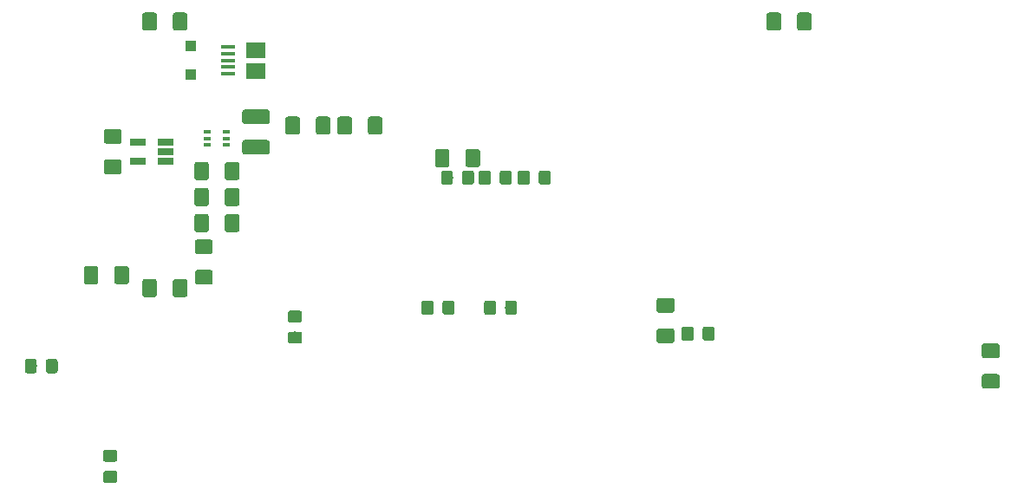
<source format=gbr>
G04 #@! TF.GenerationSoftware,KiCad,Pcbnew,5.0.2-bee76a0~70~ubuntu18.04.1*
G04 #@! TF.CreationDate,2019-06-22T03:36:54+02:00*
G04 #@! TF.ProjectId,invaders,696e7661-6465-4727-932e-6b696361645f,rev?*
G04 #@! TF.SameCoordinates,Original*
G04 #@! TF.FileFunction,Paste,Bot*
G04 #@! TF.FilePolarity,Positive*
%FSLAX46Y46*%
G04 Gerber Fmt 4.6, Leading zero omitted, Abs format (unit mm)*
G04 Created by KiCad (PCBNEW 5.0.2-bee76a0~70~ubuntu18.04.1) date lø. 22. juni 2019 kl. 03.36 +0200*
%MOMM*%
%LPD*%
G01*
G04 APERTURE LIST*
%ADD10C,0.100000*%
%ADD11C,1.150000*%
%ADD12C,1.425000*%
%ADD13R,1.100000X1.100000*%
%ADD14R,1.900000X1.500000*%
%ADD15R,1.350000X0.400000*%
%ADD16R,1.560000X0.650000*%
%ADD17R,0.650000X0.400000*%
G04 APERTURE END LIST*
D10*
G04 #@! TO.C,C14*
G36*
X65244505Y-116656204D02*
X65268773Y-116659804D01*
X65292572Y-116665765D01*
X65315671Y-116674030D01*
X65337850Y-116684520D01*
X65358893Y-116697132D01*
X65378599Y-116711747D01*
X65396777Y-116728223D01*
X65413253Y-116746401D01*
X65427868Y-116766107D01*
X65440480Y-116787150D01*
X65450970Y-116809329D01*
X65459235Y-116832428D01*
X65465196Y-116856227D01*
X65468796Y-116880495D01*
X65470000Y-116904999D01*
X65470000Y-117555001D01*
X65468796Y-117579505D01*
X65465196Y-117603773D01*
X65459235Y-117627572D01*
X65450970Y-117650671D01*
X65440480Y-117672850D01*
X65427868Y-117693893D01*
X65413253Y-117713599D01*
X65396777Y-117731777D01*
X65378599Y-117748253D01*
X65358893Y-117762868D01*
X65337850Y-117775480D01*
X65315671Y-117785970D01*
X65292572Y-117794235D01*
X65268773Y-117800196D01*
X65244505Y-117803796D01*
X65220001Y-117805000D01*
X64319999Y-117805000D01*
X64295495Y-117803796D01*
X64271227Y-117800196D01*
X64247428Y-117794235D01*
X64224329Y-117785970D01*
X64202150Y-117775480D01*
X64181107Y-117762868D01*
X64161401Y-117748253D01*
X64143223Y-117731777D01*
X64126747Y-117713599D01*
X64112132Y-117693893D01*
X64099520Y-117672850D01*
X64089030Y-117650671D01*
X64080765Y-117627572D01*
X64074804Y-117603773D01*
X64071204Y-117579505D01*
X64070000Y-117555001D01*
X64070000Y-116904999D01*
X64071204Y-116880495D01*
X64074804Y-116856227D01*
X64080765Y-116832428D01*
X64089030Y-116809329D01*
X64099520Y-116787150D01*
X64112132Y-116766107D01*
X64126747Y-116746401D01*
X64143223Y-116728223D01*
X64161401Y-116711747D01*
X64181107Y-116697132D01*
X64202150Y-116684520D01*
X64224329Y-116674030D01*
X64247428Y-116665765D01*
X64271227Y-116659804D01*
X64295495Y-116656204D01*
X64319999Y-116655000D01*
X65220001Y-116655000D01*
X65244505Y-116656204D01*
X65244505Y-116656204D01*
G37*
D11*
X64770000Y-117230000D03*
D10*
G36*
X65244505Y-114606204D02*
X65268773Y-114609804D01*
X65292572Y-114615765D01*
X65315671Y-114624030D01*
X65337850Y-114634520D01*
X65358893Y-114647132D01*
X65378599Y-114661747D01*
X65396777Y-114678223D01*
X65413253Y-114696401D01*
X65427868Y-114716107D01*
X65440480Y-114737150D01*
X65450970Y-114759329D01*
X65459235Y-114782428D01*
X65465196Y-114806227D01*
X65468796Y-114830495D01*
X65470000Y-114854999D01*
X65470000Y-115505001D01*
X65468796Y-115529505D01*
X65465196Y-115553773D01*
X65459235Y-115577572D01*
X65450970Y-115600671D01*
X65440480Y-115622850D01*
X65427868Y-115643893D01*
X65413253Y-115663599D01*
X65396777Y-115681777D01*
X65378599Y-115698253D01*
X65358893Y-115712868D01*
X65337850Y-115725480D01*
X65315671Y-115735970D01*
X65292572Y-115744235D01*
X65268773Y-115750196D01*
X65244505Y-115753796D01*
X65220001Y-115755000D01*
X64319999Y-115755000D01*
X64295495Y-115753796D01*
X64271227Y-115750196D01*
X64247428Y-115744235D01*
X64224329Y-115735970D01*
X64202150Y-115725480D01*
X64181107Y-115712868D01*
X64161401Y-115698253D01*
X64143223Y-115681777D01*
X64126747Y-115663599D01*
X64112132Y-115643893D01*
X64099520Y-115622850D01*
X64089030Y-115600671D01*
X64080765Y-115577572D01*
X64074804Y-115553773D01*
X64071204Y-115529505D01*
X64070000Y-115505001D01*
X64070000Y-114854999D01*
X64071204Y-114830495D01*
X64074804Y-114806227D01*
X64080765Y-114782428D01*
X64089030Y-114759329D01*
X64099520Y-114737150D01*
X64112132Y-114716107D01*
X64126747Y-114696401D01*
X64143223Y-114678223D01*
X64161401Y-114661747D01*
X64181107Y-114647132D01*
X64202150Y-114634520D01*
X64224329Y-114624030D01*
X64247428Y-114615765D01*
X64271227Y-114609804D01*
X64295495Y-114606204D01*
X64319999Y-114605000D01*
X65220001Y-114605000D01*
X65244505Y-114606204D01*
X65244505Y-114606204D01*
G37*
D11*
X64770000Y-115180000D03*
G04 #@! TD*
D10*
G04 #@! TO.C,C11*
G36*
X89512505Y-100901204D02*
X89536773Y-100904804D01*
X89560572Y-100910765D01*
X89583671Y-100919030D01*
X89605850Y-100929520D01*
X89626893Y-100942132D01*
X89646599Y-100956747D01*
X89664777Y-100973223D01*
X89681253Y-100991401D01*
X89695868Y-101011107D01*
X89708480Y-101032150D01*
X89718970Y-101054329D01*
X89727235Y-101077428D01*
X89733196Y-101101227D01*
X89736796Y-101125495D01*
X89738000Y-101149999D01*
X89738000Y-102050001D01*
X89736796Y-102074505D01*
X89733196Y-102098773D01*
X89727235Y-102122572D01*
X89718970Y-102145671D01*
X89708480Y-102167850D01*
X89695868Y-102188893D01*
X89681253Y-102208599D01*
X89664777Y-102226777D01*
X89646599Y-102243253D01*
X89626893Y-102257868D01*
X89605850Y-102270480D01*
X89583671Y-102280970D01*
X89560572Y-102289235D01*
X89536773Y-102295196D01*
X89512505Y-102298796D01*
X89488001Y-102300000D01*
X88837999Y-102300000D01*
X88813495Y-102298796D01*
X88789227Y-102295196D01*
X88765428Y-102289235D01*
X88742329Y-102280970D01*
X88720150Y-102270480D01*
X88699107Y-102257868D01*
X88679401Y-102243253D01*
X88661223Y-102226777D01*
X88644747Y-102208599D01*
X88630132Y-102188893D01*
X88617520Y-102167850D01*
X88607030Y-102145671D01*
X88598765Y-102122572D01*
X88592804Y-102098773D01*
X88589204Y-102074505D01*
X88588000Y-102050001D01*
X88588000Y-101149999D01*
X88589204Y-101125495D01*
X88592804Y-101101227D01*
X88598765Y-101077428D01*
X88607030Y-101054329D01*
X88617520Y-101032150D01*
X88630132Y-101011107D01*
X88644747Y-100991401D01*
X88661223Y-100973223D01*
X88679401Y-100956747D01*
X88699107Y-100942132D01*
X88720150Y-100929520D01*
X88742329Y-100919030D01*
X88765428Y-100910765D01*
X88789227Y-100904804D01*
X88813495Y-100901204D01*
X88837999Y-100900000D01*
X89488001Y-100900000D01*
X89512505Y-100901204D01*
X89512505Y-100901204D01*
G37*
D11*
X89163000Y-101600000D03*
D10*
G36*
X87462505Y-100901204D02*
X87486773Y-100904804D01*
X87510572Y-100910765D01*
X87533671Y-100919030D01*
X87555850Y-100929520D01*
X87576893Y-100942132D01*
X87596599Y-100956747D01*
X87614777Y-100973223D01*
X87631253Y-100991401D01*
X87645868Y-101011107D01*
X87658480Y-101032150D01*
X87668970Y-101054329D01*
X87677235Y-101077428D01*
X87683196Y-101101227D01*
X87686796Y-101125495D01*
X87688000Y-101149999D01*
X87688000Y-102050001D01*
X87686796Y-102074505D01*
X87683196Y-102098773D01*
X87677235Y-102122572D01*
X87668970Y-102145671D01*
X87658480Y-102167850D01*
X87645868Y-102188893D01*
X87631253Y-102208599D01*
X87614777Y-102226777D01*
X87596599Y-102243253D01*
X87576893Y-102257868D01*
X87555850Y-102270480D01*
X87533671Y-102280970D01*
X87510572Y-102289235D01*
X87486773Y-102295196D01*
X87462505Y-102298796D01*
X87438001Y-102300000D01*
X86787999Y-102300000D01*
X86763495Y-102298796D01*
X86739227Y-102295196D01*
X86715428Y-102289235D01*
X86692329Y-102280970D01*
X86670150Y-102270480D01*
X86649107Y-102257868D01*
X86629401Y-102243253D01*
X86611223Y-102226777D01*
X86594747Y-102208599D01*
X86580132Y-102188893D01*
X86567520Y-102167850D01*
X86557030Y-102145671D01*
X86548765Y-102122572D01*
X86542804Y-102098773D01*
X86539204Y-102074505D01*
X86538000Y-102050001D01*
X86538000Y-101149999D01*
X86539204Y-101125495D01*
X86542804Y-101101227D01*
X86548765Y-101077428D01*
X86557030Y-101054329D01*
X86567520Y-101032150D01*
X86580132Y-101011107D01*
X86594747Y-100991401D01*
X86611223Y-100973223D01*
X86629401Y-100956747D01*
X86649107Y-100942132D01*
X86670150Y-100929520D01*
X86692329Y-100919030D01*
X86715428Y-100910765D01*
X86739227Y-100904804D01*
X86763495Y-100901204D01*
X86787999Y-100900000D01*
X87438001Y-100900000D01*
X87462505Y-100901204D01*
X87462505Y-100901204D01*
G37*
D11*
X87113000Y-101600000D03*
G04 #@! TD*
D10*
G04 #@! TO.C,R8*
G36*
X133364504Y-117816204D02*
X133388773Y-117819804D01*
X133412571Y-117825765D01*
X133435671Y-117834030D01*
X133457849Y-117844520D01*
X133478893Y-117857133D01*
X133498598Y-117871747D01*
X133516777Y-117888223D01*
X133533253Y-117906402D01*
X133547867Y-117926107D01*
X133560480Y-117947151D01*
X133570970Y-117969329D01*
X133579235Y-117992429D01*
X133585196Y-118016227D01*
X133588796Y-118040496D01*
X133590000Y-118065000D01*
X133590000Y-118990000D01*
X133588796Y-119014504D01*
X133585196Y-119038773D01*
X133579235Y-119062571D01*
X133570970Y-119085671D01*
X133560480Y-119107849D01*
X133547867Y-119128893D01*
X133533253Y-119148598D01*
X133516777Y-119166777D01*
X133498598Y-119183253D01*
X133478893Y-119197867D01*
X133457849Y-119210480D01*
X133435671Y-119220970D01*
X133412571Y-119229235D01*
X133388773Y-119235196D01*
X133364504Y-119238796D01*
X133340000Y-119240000D01*
X132090000Y-119240000D01*
X132065496Y-119238796D01*
X132041227Y-119235196D01*
X132017429Y-119229235D01*
X131994329Y-119220970D01*
X131972151Y-119210480D01*
X131951107Y-119197867D01*
X131931402Y-119183253D01*
X131913223Y-119166777D01*
X131896747Y-119148598D01*
X131882133Y-119128893D01*
X131869520Y-119107849D01*
X131859030Y-119085671D01*
X131850765Y-119062571D01*
X131844804Y-119038773D01*
X131841204Y-119014504D01*
X131840000Y-118990000D01*
X131840000Y-118065000D01*
X131841204Y-118040496D01*
X131844804Y-118016227D01*
X131850765Y-117992429D01*
X131859030Y-117969329D01*
X131869520Y-117947151D01*
X131882133Y-117926107D01*
X131896747Y-117906402D01*
X131913223Y-117888223D01*
X131931402Y-117871747D01*
X131951107Y-117857133D01*
X131972151Y-117844520D01*
X131994329Y-117834030D01*
X132017429Y-117825765D01*
X132041227Y-117819804D01*
X132065496Y-117816204D01*
X132090000Y-117815000D01*
X133340000Y-117815000D01*
X133364504Y-117816204D01*
X133364504Y-117816204D01*
G37*
D12*
X132715000Y-118527500D03*
D10*
G36*
X133364504Y-120791204D02*
X133388773Y-120794804D01*
X133412571Y-120800765D01*
X133435671Y-120809030D01*
X133457849Y-120819520D01*
X133478893Y-120832133D01*
X133498598Y-120846747D01*
X133516777Y-120863223D01*
X133533253Y-120881402D01*
X133547867Y-120901107D01*
X133560480Y-120922151D01*
X133570970Y-120944329D01*
X133579235Y-120967429D01*
X133585196Y-120991227D01*
X133588796Y-121015496D01*
X133590000Y-121040000D01*
X133590000Y-121965000D01*
X133588796Y-121989504D01*
X133585196Y-122013773D01*
X133579235Y-122037571D01*
X133570970Y-122060671D01*
X133560480Y-122082849D01*
X133547867Y-122103893D01*
X133533253Y-122123598D01*
X133516777Y-122141777D01*
X133498598Y-122158253D01*
X133478893Y-122172867D01*
X133457849Y-122185480D01*
X133435671Y-122195970D01*
X133412571Y-122204235D01*
X133388773Y-122210196D01*
X133364504Y-122213796D01*
X133340000Y-122215000D01*
X132090000Y-122215000D01*
X132065496Y-122213796D01*
X132041227Y-122210196D01*
X132017429Y-122204235D01*
X131994329Y-122195970D01*
X131972151Y-122185480D01*
X131951107Y-122172867D01*
X131931402Y-122158253D01*
X131913223Y-122141777D01*
X131896747Y-122123598D01*
X131882133Y-122103893D01*
X131869520Y-122082849D01*
X131859030Y-122060671D01*
X131850765Y-122037571D01*
X131844804Y-122013773D01*
X131841204Y-121989504D01*
X131840000Y-121965000D01*
X131840000Y-121040000D01*
X131841204Y-121015496D01*
X131844804Y-120991227D01*
X131850765Y-120967429D01*
X131859030Y-120944329D01*
X131869520Y-120922151D01*
X131882133Y-120901107D01*
X131896747Y-120881402D01*
X131913223Y-120863223D01*
X131931402Y-120846747D01*
X131951107Y-120832133D01*
X131972151Y-120819520D01*
X131994329Y-120809030D01*
X132017429Y-120800765D01*
X132041227Y-120794804D01*
X132065496Y-120791204D01*
X132090000Y-120790000D01*
X133340000Y-120790000D01*
X133364504Y-120791204D01*
X133364504Y-120791204D01*
G37*
D12*
X132715000Y-121502500D03*
G04 #@! TD*
D10*
G04 #@! TO.C,R5*
G36*
X115004504Y-85486204D02*
X115028773Y-85489804D01*
X115052571Y-85495765D01*
X115075671Y-85504030D01*
X115097849Y-85514520D01*
X115118893Y-85527133D01*
X115138598Y-85541747D01*
X115156777Y-85558223D01*
X115173253Y-85576402D01*
X115187867Y-85596107D01*
X115200480Y-85617151D01*
X115210970Y-85639329D01*
X115219235Y-85662429D01*
X115225196Y-85686227D01*
X115228796Y-85710496D01*
X115230000Y-85735000D01*
X115230000Y-86985000D01*
X115228796Y-87009504D01*
X115225196Y-87033773D01*
X115219235Y-87057571D01*
X115210970Y-87080671D01*
X115200480Y-87102849D01*
X115187867Y-87123893D01*
X115173253Y-87143598D01*
X115156777Y-87161777D01*
X115138598Y-87178253D01*
X115118893Y-87192867D01*
X115097849Y-87205480D01*
X115075671Y-87215970D01*
X115052571Y-87224235D01*
X115028773Y-87230196D01*
X115004504Y-87233796D01*
X114980000Y-87235000D01*
X114055000Y-87235000D01*
X114030496Y-87233796D01*
X114006227Y-87230196D01*
X113982429Y-87224235D01*
X113959329Y-87215970D01*
X113937151Y-87205480D01*
X113916107Y-87192867D01*
X113896402Y-87178253D01*
X113878223Y-87161777D01*
X113861747Y-87143598D01*
X113847133Y-87123893D01*
X113834520Y-87102849D01*
X113824030Y-87080671D01*
X113815765Y-87057571D01*
X113809804Y-87033773D01*
X113806204Y-87009504D01*
X113805000Y-86985000D01*
X113805000Y-85735000D01*
X113806204Y-85710496D01*
X113809804Y-85686227D01*
X113815765Y-85662429D01*
X113824030Y-85639329D01*
X113834520Y-85617151D01*
X113847133Y-85596107D01*
X113861747Y-85576402D01*
X113878223Y-85558223D01*
X113896402Y-85541747D01*
X113916107Y-85527133D01*
X113937151Y-85514520D01*
X113959329Y-85504030D01*
X113982429Y-85495765D01*
X114006227Y-85489804D01*
X114030496Y-85486204D01*
X114055000Y-85485000D01*
X114980000Y-85485000D01*
X115004504Y-85486204D01*
X115004504Y-85486204D01*
G37*
D12*
X114517500Y-86360000D03*
D10*
G36*
X112029504Y-85486204D02*
X112053773Y-85489804D01*
X112077571Y-85495765D01*
X112100671Y-85504030D01*
X112122849Y-85514520D01*
X112143893Y-85527133D01*
X112163598Y-85541747D01*
X112181777Y-85558223D01*
X112198253Y-85576402D01*
X112212867Y-85596107D01*
X112225480Y-85617151D01*
X112235970Y-85639329D01*
X112244235Y-85662429D01*
X112250196Y-85686227D01*
X112253796Y-85710496D01*
X112255000Y-85735000D01*
X112255000Y-86985000D01*
X112253796Y-87009504D01*
X112250196Y-87033773D01*
X112244235Y-87057571D01*
X112235970Y-87080671D01*
X112225480Y-87102849D01*
X112212867Y-87123893D01*
X112198253Y-87143598D01*
X112181777Y-87161777D01*
X112163598Y-87178253D01*
X112143893Y-87192867D01*
X112122849Y-87205480D01*
X112100671Y-87215970D01*
X112077571Y-87224235D01*
X112053773Y-87230196D01*
X112029504Y-87233796D01*
X112005000Y-87235000D01*
X111080000Y-87235000D01*
X111055496Y-87233796D01*
X111031227Y-87230196D01*
X111007429Y-87224235D01*
X110984329Y-87215970D01*
X110962151Y-87205480D01*
X110941107Y-87192867D01*
X110921402Y-87178253D01*
X110903223Y-87161777D01*
X110886747Y-87143598D01*
X110872133Y-87123893D01*
X110859520Y-87102849D01*
X110849030Y-87080671D01*
X110840765Y-87057571D01*
X110834804Y-87033773D01*
X110831204Y-87009504D01*
X110830000Y-86985000D01*
X110830000Y-85735000D01*
X110831204Y-85710496D01*
X110834804Y-85686227D01*
X110840765Y-85662429D01*
X110849030Y-85639329D01*
X110859520Y-85617151D01*
X110872133Y-85596107D01*
X110886747Y-85576402D01*
X110903223Y-85558223D01*
X110921402Y-85541747D01*
X110941107Y-85527133D01*
X110962151Y-85514520D01*
X110984329Y-85504030D01*
X111007429Y-85495765D01*
X111031227Y-85489804D01*
X111055496Y-85486204D01*
X111080000Y-85485000D01*
X112005000Y-85485000D01*
X112029504Y-85486204D01*
X112029504Y-85486204D01*
G37*
D12*
X111542500Y-86360000D03*
G04 #@! TD*
D10*
G04 #@! TO.C,R7*
G36*
X51069504Y-85486204D02*
X51093773Y-85489804D01*
X51117571Y-85495765D01*
X51140671Y-85504030D01*
X51162849Y-85514520D01*
X51183893Y-85527133D01*
X51203598Y-85541747D01*
X51221777Y-85558223D01*
X51238253Y-85576402D01*
X51252867Y-85596107D01*
X51265480Y-85617151D01*
X51275970Y-85639329D01*
X51284235Y-85662429D01*
X51290196Y-85686227D01*
X51293796Y-85710496D01*
X51295000Y-85735000D01*
X51295000Y-86985000D01*
X51293796Y-87009504D01*
X51290196Y-87033773D01*
X51284235Y-87057571D01*
X51275970Y-87080671D01*
X51265480Y-87102849D01*
X51252867Y-87123893D01*
X51238253Y-87143598D01*
X51221777Y-87161777D01*
X51203598Y-87178253D01*
X51183893Y-87192867D01*
X51162849Y-87205480D01*
X51140671Y-87215970D01*
X51117571Y-87224235D01*
X51093773Y-87230196D01*
X51069504Y-87233796D01*
X51045000Y-87235000D01*
X50120000Y-87235000D01*
X50095496Y-87233796D01*
X50071227Y-87230196D01*
X50047429Y-87224235D01*
X50024329Y-87215970D01*
X50002151Y-87205480D01*
X49981107Y-87192867D01*
X49961402Y-87178253D01*
X49943223Y-87161777D01*
X49926747Y-87143598D01*
X49912133Y-87123893D01*
X49899520Y-87102849D01*
X49889030Y-87080671D01*
X49880765Y-87057571D01*
X49874804Y-87033773D01*
X49871204Y-87009504D01*
X49870000Y-86985000D01*
X49870000Y-85735000D01*
X49871204Y-85710496D01*
X49874804Y-85686227D01*
X49880765Y-85662429D01*
X49889030Y-85639329D01*
X49899520Y-85617151D01*
X49912133Y-85596107D01*
X49926747Y-85576402D01*
X49943223Y-85558223D01*
X49961402Y-85541747D01*
X49981107Y-85527133D01*
X50002151Y-85514520D01*
X50024329Y-85504030D01*
X50047429Y-85495765D01*
X50071227Y-85489804D01*
X50095496Y-85486204D01*
X50120000Y-85485000D01*
X51045000Y-85485000D01*
X51069504Y-85486204D01*
X51069504Y-85486204D01*
G37*
D12*
X50582500Y-86360000D03*
D10*
G36*
X54044504Y-85486204D02*
X54068773Y-85489804D01*
X54092571Y-85495765D01*
X54115671Y-85504030D01*
X54137849Y-85514520D01*
X54158893Y-85527133D01*
X54178598Y-85541747D01*
X54196777Y-85558223D01*
X54213253Y-85576402D01*
X54227867Y-85596107D01*
X54240480Y-85617151D01*
X54250970Y-85639329D01*
X54259235Y-85662429D01*
X54265196Y-85686227D01*
X54268796Y-85710496D01*
X54270000Y-85735000D01*
X54270000Y-86985000D01*
X54268796Y-87009504D01*
X54265196Y-87033773D01*
X54259235Y-87057571D01*
X54250970Y-87080671D01*
X54240480Y-87102849D01*
X54227867Y-87123893D01*
X54213253Y-87143598D01*
X54196777Y-87161777D01*
X54178598Y-87178253D01*
X54158893Y-87192867D01*
X54137849Y-87205480D01*
X54115671Y-87215970D01*
X54092571Y-87224235D01*
X54068773Y-87230196D01*
X54044504Y-87233796D01*
X54020000Y-87235000D01*
X53095000Y-87235000D01*
X53070496Y-87233796D01*
X53046227Y-87230196D01*
X53022429Y-87224235D01*
X52999329Y-87215970D01*
X52977151Y-87205480D01*
X52956107Y-87192867D01*
X52936402Y-87178253D01*
X52918223Y-87161777D01*
X52901747Y-87143598D01*
X52887133Y-87123893D01*
X52874520Y-87102849D01*
X52864030Y-87080671D01*
X52855765Y-87057571D01*
X52849804Y-87033773D01*
X52846204Y-87009504D01*
X52845000Y-86985000D01*
X52845000Y-85735000D01*
X52846204Y-85710496D01*
X52849804Y-85686227D01*
X52855765Y-85662429D01*
X52864030Y-85639329D01*
X52874520Y-85617151D01*
X52887133Y-85596107D01*
X52901747Y-85576402D01*
X52918223Y-85558223D01*
X52936402Y-85541747D01*
X52956107Y-85527133D01*
X52977151Y-85514520D01*
X52999329Y-85504030D01*
X53022429Y-85495765D01*
X53046227Y-85489804D01*
X53070496Y-85486204D01*
X53095000Y-85485000D01*
X54020000Y-85485000D01*
X54044504Y-85486204D01*
X54044504Y-85486204D01*
G37*
D12*
X53557500Y-86360000D03*
G04 #@! TD*
D10*
G04 #@! TO.C,C13*
G36*
X86219505Y-113601204D02*
X86243773Y-113604804D01*
X86267572Y-113610765D01*
X86290671Y-113619030D01*
X86312850Y-113629520D01*
X86333893Y-113642132D01*
X86353599Y-113656747D01*
X86371777Y-113673223D01*
X86388253Y-113691401D01*
X86402868Y-113711107D01*
X86415480Y-113732150D01*
X86425970Y-113754329D01*
X86434235Y-113777428D01*
X86440196Y-113801227D01*
X86443796Y-113825495D01*
X86445000Y-113849999D01*
X86445000Y-114750001D01*
X86443796Y-114774505D01*
X86440196Y-114798773D01*
X86434235Y-114822572D01*
X86425970Y-114845671D01*
X86415480Y-114867850D01*
X86402868Y-114888893D01*
X86388253Y-114908599D01*
X86371777Y-114926777D01*
X86353599Y-114943253D01*
X86333893Y-114957868D01*
X86312850Y-114970480D01*
X86290671Y-114980970D01*
X86267572Y-114989235D01*
X86243773Y-114995196D01*
X86219505Y-114998796D01*
X86195001Y-115000000D01*
X85544999Y-115000000D01*
X85520495Y-114998796D01*
X85496227Y-114995196D01*
X85472428Y-114989235D01*
X85449329Y-114980970D01*
X85427150Y-114970480D01*
X85406107Y-114957868D01*
X85386401Y-114943253D01*
X85368223Y-114926777D01*
X85351747Y-114908599D01*
X85337132Y-114888893D01*
X85324520Y-114867850D01*
X85314030Y-114845671D01*
X85305765Y-114822572D01*
X85299804Y-114798773D01*
X85296204Y-114774505D01*
X85295000Y-114750001D01*
X85295000Y-113849999D01*
X85296204Y-113825495D01*
X85299804Y-113801227D01*
X85305765Y-113777428D01*
X85314030Y-113754329D01*
X85324520Y-113732150D01*
X85337132Y-113711107D01*
X85351747Y-113691401D01*
X85368223Y-113673223D01*
X85386401Y-113656747D01*
X85406107Y-113642132D01*
X85427150Y-113629520D01*
X85449329Y-113619030D01*
X85472428Y-113610765D01*
X85496227Y-113604804D01*
X85520495Y-113601204D01*
X85544999Y-113600000D01*
X86195001Y-113600000D01*
X86219505Y-113601204D01*
X86219505Y-113601204D01*
G37*
D11*
X85870000Y-114300000D03*
D10*
G36*
X84169505Y-113601204D02*
X84193773Y-113604804D01*
X84217572Y-113610765D01*
X84240671Y-113619030D01*
X84262850Y-113629520D01*
X84283893Y-113642132D01*
X84303599Y-113656747D01*
X84321777Y-113673223D01*
X84338253Y-113691401D01*
X84352868Y-113711107D01*
X84365480Y-113732150D01*
X84375970Y-113754329D01*
X84384235Y-113777428D01*
X84390196Y-113801227D01*
X84393796Y-113825495D01*
X84395000Y-113849999D01*
X84395000Y-114750001D01*
X84393796Y-114774505D01*
X84390196Y-114798773D01*
X84384235Y-114822572D01*
X84375970Y-114845671D01*
X84365480Y-114867850D01*
X84352868Y-114888893D01*
X84338253Y-114908599D01*
X84321777Y-114926777D01*
X84303599Y-114943253D01*
X84283893Y-114957868D01*
X84262850Y-114970480D01*
X84240671Y-114980970D01*
X84217572Y-114989235D01*
X84193773Y-114995196D01*
X84169505Y-114998796D01*
X84145001Y-115000000D01*
X83494999Y-115000000D01*
X83470495Y-114998796D01*
X83446227Y-114995196D01*
X83422428Y-114989235D01*
X83399329Y-114980970D01*
X83377150Y-114970480D01*
X83356107Y-114957868D01*
X83336401Y-114943253D01*
X83318223Y-114926777D01*
X83301747Y-114908599D01*
X83287132Y-114888893D01*
X83274520Y-114867850D01*
X83264030Y-114845671D01*
X83255765Y-114822572D01*
X83249804Y-114798773D01*
X83246204Y-114774505D01*
X83245000Y-114750001D01*
X83245000Y-113849999D01*
X83246204Y-113825495D01*
X83249804Y-113801227D01*
X83255765Y-113777428D01*
X83264030Y-113754329D01*
X83274520Y-113732150D01*
X83287132Y-113711107D01*
X83301747Y-113691401D01*
X83318223Y-113673223D01*
X83336401Y-113656747D01*
X83356107Y-113642132D01*
X83377150Y-113629520D01*
X83399329Y-113619030D01*
X83422428Y-113610765D01*
X83446227Y-113604804D01*
X83470495Y-113601204D01*
X83494999Y-113600000D01*
X84145001Y-113600000D01*
X84169505Y-113601204D01*
X84169505Y-113601204D01*
G37*
D11*
X83820000Y-114300000D03*
G04 #@! TD*
D10*
G04 #@! TO.C,C12*
G36*
X47210505Y-128204204D02*
X47234773Y-128207804D01*
X47258572Y-128213765D01*
X47281671Y-128222030D01*
X47303850Y-128232520D01*
X47324893Y-128245132D01*
X47344599Y-128259747D01*
X47362777Y-128276223D01*
X47379253Y-128294401D01*
X47393868Y-128314107D01*
X47406480Y-128335150D01*
X47416970Y-128357329D01*
X47425235Y-128380428D01*
X47431196Y-128404227D01*
X47434796Y-128428495D01*
X47436000Y-128452999D01*
X47436000Y-129103001D01*
X47434796Y-129127505D01*
X47431196Y-129151773D01*
X47425235Y-129175572D01*
X47416970Y-129198671D01*
X47406480Y-129220850D01*
X47393868Y-129241893D01*
X47379253Y-129261599D01*
X47362777Y-129279777D01*
X47344599Y-129296253D01*
X47324893Y-129310868D01*
X47303850Y-129323480D01*
X47281671Y-129333970D01*
X47258572Y-129342235D01*
X47234773Y-129348196D01*
X47210505Y-129351796D01*
X47186001Y-129353000D01*
X46285999Y-129353000D01*
X46261495Y-129351796D01*
X46237227Y-129348196D01*
X46213428Y-129342235D01*
X46190329Y-129333970D01*
X46168150Y-129323480D01*
X46147107Y-129310868D01*
X46127401Y-129296253D01*
X46109223Y-129279777D01*
X46092747Y-129261599D01*
X46078132Y-129241893D01*
X46065520Y-129220850D01*
X46055030Y-129198671D01*
X46046765Y-129175572D01*
X46040804Y-129151773D01*
X46037204Y-129127505D01*
X46036000Y-129103001D01*
X46036000Y-128452999D01*
X46037204Y-128428495D01*
X46040804Y-128404227D01*
X46046765Y-128380428D01*
X46055030Y-128357329D01*
X46065520Y-128335150D01*
X46078132Y-128314107D01*
X46092747Y-128294401D01*
X46109223Y-128276223D01*
X46127401Y-128259747D01*
X46147107Y-128245132D01*
X46168150Y-128232520D01*
X46190329Y-128222030D01*
X46213428Y-128213765D01*
X46237227Y-128207804D01*
X46261495Y-128204204D01*
X46285999Y-128203000D01*
X47186001Y-128203000D01*
X47210505Y-128204204D01*
X47210505Y-128204204D01*
G37*
D11*
X46736000Y-128778000D03*
D10*
G36*
X47210505Y-130254204D02*
X47234773Y-130257804D01*
X47258572Y-130263765D01*
X47281671Y-130272030D01*
X47303850Y-130282520D01*
X47324893Y-130295132D01*
X47344599Y-130309747D01*
X47362777Y-130326223D01*
X47379253Y-130344401D01*
X47393868Y-130364107D01*
X47406480Y-130385150D01*
X47416970Y-130407329D01*
X47425235Y-130430428D01*
X47431196Y-130454227D01*
X47434796Y-130478495D01*
X47436000Y-130502999D01*
X47436000Y-131153001D01*
X47434796Y-131177505D01*
X47431196Y-131201773D01*
X47425235Y-131225572D01*
X47416970Y-131248671D01*
X47406480Y-131270850D01*
X47393868Y-131291893D01*
X47379253Y-131311599D01*
X47362777Y-131329777D01*
X47344599Y-131346253D01*
X47324893Y-131360868D01*
X47303850Y-131373480D01*
X47281671Y-131383970D01*
X47258572Y-131392235D01*
X47234773Y-131398196D01*
X47210505Y-131401796D01*
X47186001Y-131403000D01*
X46285999Y-131403000D01*
X46261495Y-131401796D01*
X46237227Y-131398196D01*
X46213428Y-131392235D01*
X46190329Y-131383970D01*
X46168150Y-131373480D01*
X46147107Y-131360868D01*
X46127401Y-131346253D01*
X46109223Y-131329777D01*
X46092747Y-131311599D01*
X46078132Y-131291893D01*
X46065520Y-131270850D01*
X46055030Y-131248671D01*
X46046765Y-131225572D01*
X46040804Y-131201773D01*
X46037204Y-131177505D01*
X46036000Y-131153001D01*
X46036000Y-130502999D01*
X46037204Y-130478495D01*
X46040804Y-130454227D01*
X46046765Y-130430428D01*
X46055030Y-130407329D01*
X46065520Y-130385150D01*
X46078132Y-130364107D01*
X46092747Y-130344401D01*
X46109223Y-130326223D01*
X46127401Y-130309747D01*
X46147107Y-130295132D01*
X46168150Y-130282520D01*
X46190329Y-130272030D01*
X46213428Y-130263765D01*
X46237227Y-130257804D01*
X46261495Y-130254204D01*
X46285999Y-130253000D01*
X47186001Y-130253000D01*
X47210505Y-130254204D01*
X47210505Y-130254204D01*
G37*
D11*
X46736000Y-130828000D03*
G04 #@! TD*
D10*
G04 #@! TO.C,C3*
G36*
X78064505Y-113601204D02*
X78088773Y-113604804D01*
X78112572Y-113610765D01*
X78135671Y-113619030D01*
X78157850Y-113629520D01*
X78178893Y-113642132D01*
X78198599Y-113656747D01*
X78216777Y-113673223D01*
X78233253Y-113691401D01*
X78247868Y-113711107D01*
X78260480Y-113732150D01*
X78270970Y-113754329D01*
X78279235Y-113777428D01*
X78285196Y-113801227D01*
X78288796Y-113825495D01*
X78290000Y-113849999D01*
X78290000Y-114750001D01*
X78288796Y-114774505D01*
X78285196Y-114798773D01*
X78279235Y-114822572D01*
X78270970Y-114845671D01*
X78260480Y-114867850D01*
X78247868Y-114888893D01*
X78233253Y-114908599D01*
X78216777Y-114926777D01*
X78198599Y-114943253D01*
X78178893Y-114957868D01*
X78157850Y-114970480D01*
X78135671Y-114980970D01*
X78112572Y-114989235D01*
X78088773Y-114995196D01*
X78064505Y-114998796D01*
X78040001Y-115000000D01*
X77389999Y-115000000D01*
X77365495Y-114998796D01*
X77341227Y-114995196D01*
X77317428Y-114989235D01*
X77294329Y-114980970D01*
X77272150Y-114970480D01*
X77251107Y-114957868D01*
X77231401Y-114943253D01*
X77213223Y-114926777D01*
X77196747Y-114908599D01*
X77182132Y-114888893D01*
X77169520Y-114867850D01*
X77159030Y-114845671D01*
X77150765Y-114822572D01*
X77144804Y-114798773D01*
X77141204Y-114774505D01*
X77140000Y-114750001D01*
X77140000Y-113849999D01*
X77141204Y-113825495D01*
X77144804Y-113801227D01*
X77150765Y-113777428D01*
X77159030Y-113754329D01*
X77169520Y-113732150D01*
X77182132Y-113711107D01*
X77196747Y-113691401D01*
X77213223Y-113673223D01*
X77231401Y-113656747D01*
X77251107Y-113642132D01*
X77272150Y-113629520D01*
X77294329Y-113619030D01*
X77317428Y-113610765D01*
X77341227Y-113604804D01*
X77365495Y-113601204D01*
X77389999Y-113600000D01*
X78040001Y-113600000D01*
X78064505Y-113601204D01*
X78064505Y-113601204D01*
G37*
D11*
X77715000Y-114300000D03*
D10*
G36*
X80114505Y-113601204D02*
X80138773Y-113604804D01*
X80162572Y-113610765D01*
X80185671Y-113619030D01*
X80207850Y-113629520D01*
X80228893Y-113642132D01*
X80248599Y-113656747D01*
X80266777Y-113673223D01*
X80283253Y-113691401D01*
X80297868Y-113711107D01*
X80310480Y-113732150D01*
X80320970Y-113754329D01*
X80329235Y-113777428D01*
X80335196Y-113801227D01*
X80338796Y-113825495D01*
X80340000Y-113849999D01*
X80340000Y-114750001D01*
X80338796Y-114774505D01*
X80335196Y-114798773D01*
X80329235Y-114822572D01*
X80320970Y-114845671D01*
X80310480Y-114867850D01*
X80297868Y-114888893D01*
X80283253Y-114908599D01*
X80266777Y-114926777D01*
X80248599Y-114943253D01*
X80228893Y-114957868D01*
X80207850Y-114970480D01*
X80185671Y-114980970D01*
X80162572Y-114989235D01*
X80138773Y-114995196D01*
X80114505Y-114998796D01*
X80090001Y-115000000D01*
X79439999Y-115000000D01*
X79415495Y-114998796D01*
X79391227Y-114995196D01*
X79367428Y-114989235D01*
X79344329Y-114980970D01*
X79322150Y-114970480D01*
X79301107Y-114957868D01*
X79281401Y-114943253D01*
X79263223Y-114926777D01*
X79246747Y-114908599D01*
X79232132Y-114888893D01*
X79219520Y-114867850D01*
X79209030Y-114845671D01*
X79200765Y-114822572D01*
X79194804Y-114798773D01*
X79191204Y-114774505D01*
X79190000Y-114750001D01*
X79190000Y-113849999D01*
X79191204Y-113825495D01*
X79194804Y-113801227D01*
X79200765Y-113777428D01*
X79209030Y-113754329D01*
X79219520Y-113732150D01*
X79232132Y-113711107D01*
X79246747Y-113691401D01*
X79263223Y-113673223D01*
X79281401Y-113656747D01*
X79301107Y-113642132D01*
X79322150Y-113629520D01*
X79344329Y-113619030D01*
X79367428Y-113610765D01*
X79391227Y-113604804D01*
X79415495Y-113601204D01*
X79439999Y-113600000D01*
X80090001Y-113600000D01*
X80114505Y-113601204D01*
X80114505Y-113601204D01*
G37*
D11*
X79765000Y-114300000D03*
G04 #@! TD*
D10*
G04 #@! TO.C,C2*
G36*
X41379505Y-119316204D02*
X41403773Y-119319804D01*
X41427572Y-119325765D01*
X41450671Y-119334030D01*
X41472850Y-119344520D01*
X41493893Y-119357132D01*
X41513599Y-119371747D01*
X41531777Y-119388223D01*
X41548253Y-119406401D01*
X41562868Y-119426107D01*
X41575480Y-119447150D01*
X41585970Y-119469329D01*
X41594235Y-119492428D01*
X41600196Y-119516227D01*
X41603796Y-119540495D01*
X41605000Y-119564999D01*
X41605000Y-120465001D01*
X41603796Y-120489505D01*
X41600196Y-120513773D01*
X41594235Y-120537572D01*
X41585970Y-120560671D01*
X41575480Y-120582850D01*
X41562868Y-120603893D01*
X41548253Y-120623599D01*
X41531777Y-120641777D01*
X41513599Y-120658253D01*
X41493893Y-120672868D01*
X41472850Y-120685480D01*
X41450671Y-120695970D01*
X41427572Y-120704235D01*
X41403773Y-120710196D01*
X41379505Y-120713796D01*
X41355001Y-120715000D01*
X40704999Y-120715000D01*
X40680495Y-120713796D01*
X40656227Y-120710196D01*
X40632428Y-120704235D01*
X40609329Y-120695970D01*
X40587150Y-120685480D01*
X40566107Y-120672868D01*
X40546401Y-120658253D01*
X40528223Y-120641777D01*
X40511747Y-120623599D01*
X40497132Y-120603893D01*
X40484520Y-120582850D01*
X40474030Y-120560671D01*
X40465765Y-120537572D01*
X40459804Y-120513773D01*
X40456204Y-120489505D01*
X40455000Y-120465001D01*
X40455000Y-119564999D01*
X40456204Y-119540495D01*
X40459804Y-119516227D01*
X40465765Y-119492428D01*
X40474030Y-119469329D01*
X40484520Y-119447150D01*
X40497132Y-119426107D01*
X40511747Y-119406401D01*
X40528223Y-119388223D01*
X40546401Y-119371747D01*
X40566107Y-119357132D01*
X40587150Y-119344520D01*
X40609329Y-119334030D01*
X40632428Y-119325765D01*
X40656227Y-119319804D01*
X40680495Y-119316204D01*
X40704999Y-119315000D01*
X41355001Y-119315000D01*
X41379505Y-119316204D01*
X41379505Y-119316204D01*
G37*
D11*
X41030000Y-120015000D03*
D10*
G36*
X39329505Y-119316204D02*
X39353773Y-119319804D01*
X39377572Y-119325765D01*
X39400671Y-119334030D01*
X39422850Y-119344520D01*
X39443893Y-119357132D01*
X39463599Y-119371747D01*
X39481777Y-119388223D01*
X39498253Y-119406401D01*
X39512868Y-119426107D01*
X39525480Y-119447150D01*
X39535970Y-119469329D01*
X39544235Y-119492428D01*
X39550196Y-119516227D01*
X39553796Y-119540495D01*
X39555000Y-119564999D01*
X39555000Y-120465001D01*
X39553796Y-120489505D01*
X39550196Y-120513773D01*
X39544235Y-120537572D01*
X39535970Y-120560671D01*
X39525480Y-120582850D01*
X39512868Y-120603893D01*
X39498253Y-120623599D01*
X39481777Y-120641777D01*
X39463599Y-120658253D01*
X39443893Y-120672868D01*
X39422850Y-120685480D01*
X39400671Y-120695970D01*
X39377572Y-120704235D01*
X39353773Y-120710196D01*
X39329505Y-120713796D01*
X39305001Y-120715000D01*
X38654999Y-120715000D01*
X38630495Y-120713796D01*
X38606227Y-120710196D01*
X38582428Y-120704235D01*
X38559329Y-120695970D01*
X38537150Y-120685480D01*
X38516107Y-120672868D01*
X38496401Y-120658253D01*
X38478223Y-120641777D01*
X38461747Y-120623599D01*
X38447132Y-120603893D01*
X38434520Y-120582850D01*
X38424030Y-120560671D01*
X38415765Y-120537572D01*
X38409804Y-120513773D01*
X38406204Y-120489505D01*
X38405000Y-120465001D01*
X38405000Y-119564999D01*
X38406204Y-119540495D01*
X38409804Y-119516227D01*
X38415765Y-119492428D01*
X38424030Y-119469329D01*
X38434520Y-119447150D01*
X38447132Y-119426107D01*
X38461747Y-119406401D01*
X38478223Y-119388223D01*
X38496401Y-119371747D01*
X38516107Y-119357132D01*
X38537150Y-119344520D01*
X38559329Y-119334030D01*
X38582428Y-119325765D01*
X38606227Y-119319804D01*
X38630495Y-119316204D01*
X38654999Y-119315000D01*
X39305001Y-119315000D01*
X39329505Y-119316204D01*
X39329505Y-119316204D01*
G37*
D11*
X38980000Y-120015000D03*
G04 #@! TD*
D10*
G04 #@! TO.C,C4*
G36*
X82019505Y-100901204D02*
X82043773Y-100904804D01*
X82067572Y-100910765D01*
X82090671Y-100919030D01*
X82112850Y-100929520D01*
X82133893Y-100942132D01*
X82153599Y-100956747D01*
X82171777Y-100973223D01*
X82188253Y-100991401D01*
X82202868Y-101011107D01*
X82215480Y-101032150D01*
X82225970Y-101054329D01*
X82234235Y-101077428D01*
X82240196Y-101101227D01*
X82243796Y-101125495D01*
X82245000Y-101149999D01*
X82245000Y-102050001D01*
X82243796Y-102074505D01*
X82240196Y-102098773D01*
X82234235Y-102122572D01*
X82225970Y-102145671D01*
X82215480Y-102167850D01*
X82202868Y-102188893D01*
X82188253Y-102208599D01*
X82171777Y-102226777D01*
X82153599Y-102243253D01*
X82133893Y-102257868D01*
X82112850Y-102270480D01*
X82090671Y-102280970D01*
X82067572Y-102289235D01*
X82043773Y-102295196D01*
X82019505Y-102298796D01*
X81995001Y-102300000D01*
X81344999Y-102300000D01*
X81320495Y-102298796D01*
X81296227Y-102295196D01*
X81272428Y-102289235D01*
X81249329Y-102280970D01*
X81227150Y-102270480D01*
X81206107Y-102257868D01*
X81186401Y-102243253D01*
X81168223Y-102226777D01*
X81151747Y-102208599D01*
X81137132Y-102188893D01*
X81124520Y-102167850D01*
X81114030Y-102145671D01*
X81105765Y-102122572D01*
X81099804Y-102098773D01*
X81096204Y-102074505D01*
X81095000Y-102050001D01*
X81095000Y-101149999D01*
X81096204Y-101125495D01*
X81099804Y-101101227D01*
X81105765Y-101077428D01*
X81114030Y-101054329D01*
X81124520Y-101032150D01*
X81137132Y-101011107D01*
X81151747Y-100991401D01*
X81168223Y-100973223D01*
X81186401Y-100956747D01*
X81206107Y-100942132D01*
X81227150Y-100929520D01*
X81249329Y-100919030D01*
X81272428Y-100910765D01*
X81296227Y-100904804D01*
X81320495Y-100901204D01*
X81344999Y-100900000D01*
X81995001Y-100900000D01*
X82019505Y-100901204D01*
X82019505Y-100901204D01*
G37*
D11*
X81670000Y-101600000D03*
D10*
G36*
X79969505Y-100901204D02*
X79993773Y-100904804D01*
X80017572Y-100910765D01*
X80040671Y-100919030D01*
X80062850Y-100929520D01*
X80083893Y-100942132D01*
X80103599Y-100956747D01*
X80121777Y-100973223D01*
X80138253Y-100991401D01*
X80152868Y-101011107D01*
X80165480Y-101032150D01*
X80175970Y-101054329D01*
X80184235Y-101077428D01*
X80190196Y-101101227D01*
X80193796Y-101125495D01*
X80195000Y-101149999D01*
X80195000Y-102050001D01*
X80193796Y-102074505D01*
X80190196Y-102098773D01*
X80184235Y-102122572D01*
X80175970Y-102145671D01*
X80165480Y-102167850D01*
X80152868Y-102188893D01*
X80138253Y-102208599D01*
X80121777Y-102226777D01*
X80103599Y-102243253D01*
X80083893Y-102257868D01*
X80062850Y-102270480D01*
X80040671Y-102280970D01*
X80017572Y-102289235D01*
X79993773Y-102295196D01*
X79969505Y-102298796D01*
X79945001Y-102300000D01*
X79294999Y-102300000D01*
X79270495Y-102298796D01*
X79246227Y-102295196D01*
X79222428Y-102289235D01*
X79199329Y-102280970D01*
X79177150Y-102270480D01*
X79156107Y-102257868D01*
X79136401Y-102243253D01*
X79118223Y-102226777D01*
X79101747Y-102208599D01*
X79087132Y-102188893D01*
X79074520Y-102167850D01*
X79064030Y-102145671D01*
X79055765Y-102122572D01*
X79049804Y-102098773D01*
X79046204Y-102074505D01*
X79045000Y-102050001D01*
X79045000Y-101149999D01*
X79046204Y-101125495D01*
X79049804Y-101101227D01*
X79055765Y-101077428D01*
X79064030Y-101054329D01*
X79074520Y-101032150D01*
X79087132Y-101011107D01*
X79101747Y-100991401D01*
X79118223Y-100973223D01*
X79136401Y-100956747D01*
X79156107Y-100942132D01*
X79177150Y-100929520D01*
X79199329Y-100919030D01*
X79222428Y-100910765D01*
X79246227Y-100904804D01*
X79270495Y-100901204D01*
X79294999Y-100900000D01*
X79945001Y-100900000D01*
X79969505Y-100901204D01*
X79969505Y-100901204D01*
G37*
D11*
X79620000Y-101600000D03*
G04 #@! TD*
D10*
G04 #@! TO.C,C7*
G36*
X103464505Y-116141204D02*
X103488773Y-116144804D01*
X103512572Y-116150765D01*
X103535671Y-116159030D01*
X103557850Y-116169520D01*
X103578893Y-116182132D01*
X103598599Y-116196747D01*
X103616777Y-116213223D01*
X103633253Y-116231401D01*
X103647868Y-116251107D01*
X103660480Y-116272150D01*
X103670970Y-116294329D01*
X103679235Y-116317428D01*
X103685196Y-116341227D01*
X103688796Y-116365495D01*
X103690000Y-116389999D01*
X103690000Y-117290001D01*
X103688796Y-117314505D01*
X103685196Y-117338773D01*
X103679235Y-117362572D01*
X103670970Y-117385671D01*
X103660480Y-117407850D01*
X103647868Y-117428893D01*
X103633253Y-117448599D01*
X103616777Y-117466777D01*
X103598599Y-117483253D01*
X103578893Y-117497868D01*
X103557850Y-117510480D01*
X103535671Y-117520970D01*
X103512572Y-117529235D01*
X103488773Y-117535196D01*
X103464505Y-117538796D01*
X103440001Y-117540000D01*
X102789999Y-117540000D01*
X102765495Y-117538796D01*
X102741227Y-117535196D01*
X102717428Y-117529235D01*
X102694329Y-117520970D01*
X102672150Y-117510480D01*
X102651107Y-117497868D01*
X102631401Y-117483253D01*
X102613223Y-117466777D01*
X102596747Y-117448599D01*
X102582132Y-117428893D01*
X102569520Y-117407850D01*
X102559030Y-117385671D01*
X102550765Y-117362572D01*
X102544804Y-117338773D01*
X102541204Y-117314505D01*
X102540000Y-117290001D01*
X102540000Y-116389999D01*
X102541204Y-116365495D01*
X102544804Y-116341227D01*
X102550765Y-116317428D01*
X102559030Y-116294329D01*
X102569520Y-116272150D01*
X102582132Y-116251107D01*
X102596747Y-116231401D01*
X102613223Y-116213223D01*
X102631401Y-116196747D01*
X102651107Y-116182132D01*
X102672150Y-116169520D01*
X102694329Y-116159030D01*
X102717428Y-116150765D01*
X102741227Y-116144804D01*
X102765495Y-116141204D01*
X102789999Y-116140000D01*
X103440001Y-116140000D01*
X103464505Y-116141204D01*
X103464505Y-116141204D01*
G37*
D11*
X103115000Y-116840000D03*
D10*
G36*
X105514505Y-116141204D02*
X105538773Y-116144804D01*
X105562572Y-116150765D01*
X105585671Y-116159030D01*
X105607850Y-116169520D01*
X105628893Y-116182132D01*
X105648599Y-116196747D01*
X105666777Y-116213223D01*
X105683253Y-116231401D01*
X105697868Y-116251107D01*
X105710480Y-116272150D01*
X105720970Y-116294329D01*
X105729235Y-116317428D01*
X105735196Y-116341227D01*
X105738796Y-116365495D01*
X105740000Y-116389999D01*
X105740000Y-117290001D01*
X105738796Y-117314505D01*
X105735196Y-117338773D01*
X105729235Y-117362572D01*
X105720970Y-117385671D01*
X105710480Y-117407850D01*
X105697868Y-117428893D01*
X105683253Y-117448599D01*
X105666777Y-117466777D01*
X105648599Y-117483253D01*
X105628893Y-117497868D01*
X105607850Y-117510480D01*
X105585671Y-117520970D01*
X105562572Y-117529235D01*
X105538773Y-117535196D01*
X105514505Y-117538796D01*
X105490001Y-117540000D01*
X104839999Y-117540000D01*
X104815495Y-117538796D01*
X104791227Y-117535196D01*
X104767428Y-117529235D01*
X104744329Y-117520970D01*
X104722150Y-117510480D01*
X104701107Y-117497868D01*
X104681401Y-117483253D01*
X104663223Y-117466777D01*
X104646747Y-117448599D01*
X104632132Y-117428893D01*
X104619520Y-117407850D01*
X104609030Y-117385671D01*
X104600765Y-117362572D01*
X104594804Y-117338773D01*
X104591204Y-117314505D01*
X104590000Y-117290001D01*
X104590000Y-116389999D01*
X104591204Y-116365495D01*
X104594804Y-116341227D01*
X104600765Y-116317428D01*
X104609030Y-116294329D01*
X104619520Y-116272150D01*
X104632132Y-116251107D01*
X104646747Y-116231401D01*
X104663223Y-116213223D01*
X104681401Y-116196747D01*
X104701107Y-116182132D01*
X104722150Y-116169520D01*
X104744329Y-116159030D01*
X104767428Y-116150765D01*
X104791227Y-116144804D01*
X104815495Y-116141204D01*
X104839999Y-116140000D01*
X105490001Y-116140000D01*
X105514505Y-116141204D01*
X105514505Y-116141204D01*
G37*
D11*
X105165000Y-116840000D03*
G04 #@! TD*
D10*
G04 #@! TO.C,C6*
G36*
X56149504Y-102631204D02*
X56173773Y-102634804D01*
X56197571Y-102640765D01*
X56220671Y-102649030D01*
X56242849Y-102659520D01*
X56263893Y-102672133D01*
X56283598Y-102686747D01*
X56301777Y-102703223D01*
X56318253Y-102721402D01*
X56332867Y-102741107D01*
X56345480Y-102762151D01*
X56355970Y-102784329D01*
X56364235Y-102807429D01*
X56370196Y-102831227D01*
X56373796Y-102855496D01*
X56375000Y-102880000D01*
X56375000Y-104130000D01*
X56373796Y-104154504D01*
X56370196Y-104178773D01*
X56364235Y-104202571D01*
X56355970Y-104225671D01*
X56345480Y-104247849D01*
X56332867Y-104268893D01*
X56318253Y-104288598D01*
X56301777Y-104306777D01*
X56283598Y-104323253D01*
X56263893Y-104337867D01*
X56242849Y-104350480D01*
X56220671Y-104360970D01*
X56197571Y-104369235D01*
X56173773Y-104375196D01*
X56149504Y-104378796D01*
X56125000Y-104380000D01*
X55200000Y-104380000D01*
X55175496Y-104378796D01*
X55151227Y-104375196D01*
X55127429Y-104369235D01*
X55104329Y-104360970D01*
X55082151Y-104350480D01*
X55061107Y-104337867D01*
X55041402Y-104323253D01*
X55023223Y-104306777D01*
X55006747Y-104288598D01*
X54992133Y-104268893D01*
X54979520Y-104247849D01*
X54969030Y-104225671D01*
X54960765Y-104202571D01*
X54954804Y-104178773D01*
X54951204Y-104154504D01*
X54950000Y-104130000D01*
X54950000Y-102880000D01*
X54951204Y-102855496D01*
X54954804Y-102831227D01*
X54960765Y-102807429D01*
X54969030Y-102784329D01*
X54979520Y-102762151D01*
X54992133Y-102741107D01*
X55006747Y-102721402D01*
X55023223Y-102703223D01*
X55041402Y-102686747D01*
X55061107Y-102672133D01*
X55082151Y-102659520D01*
X55104329Y-102649030D01*
X55127429Y-102640765D01*
X55151227Y-102634804D01*
X55175496Y-102631204D01*
X55200000Y-102630000D01*
X56125000Y-102630000D01*
X56149504Y-102631204D01*
X56149504Y-102631204D01*
G37*
D12*
X55662500Y-103505000D03*
D10*
G36*
X59124504Y-102631204D02*
X59148773Y-102634804D01*
X59172571Y-102640765D01*
X59195671Y-102649030D01*
X59217849Y-102659520D01*
X59238893Y-102672133D01*
X59258598Y-102686747D01*
X59276777Y-102703223D01*
X59293253Y-102721402D01*
X59307867Y-102741107D01*
X59320480Y-102762151D01*
X59330970Y-102784329D01*
X59339235Y-102807429D01*
X59345196Y-102831227D01*
X59348796Y-102855496D01*
X59350000Y-102880000D01*
X59350000Y-104130000D01*
X59348796Y-104154504D01*
X59345196Y-104178773D01*
X59339235Y-104202571D01*
X59330970Y-104225671D01*
X59320480Y-104247849D01*
X59307867Y-104268893D01*
X59293253Y-104288598D01*
X59276777Y-104306777D01*
X59258598Y-104323253D01*
X59238893Y-104337867D01*
X59217849Y-104350480D01*
X59195671Y-104360970D01*
X59172571Y-104369235D01*
X59148773Y-104375196D01*
X59124504Y-104378796D01*
X59100000Y-104380000D01*
X58175000Y-104380000D01*
X58150496Y-104378796D01*
X58126227Y-104375196D01*
X58102429Y-104369235D01*
X58079329Y-104360970D01*
X58057151Y-104350480D01*
X58036107Y-104337867D01*
X58016402Y-104323253D01*
X57998223Y-104306777D01*
X57981747Y-104288598D01*
X57967133Y-104268893D01*
X57954520Y-104247849D01*
X57944030Y-104225671D01*
X57935765Y-104202571D01*
X57929804Y-104178773D01*
X57926204Y-104154504D01*
X57925000Y-104130000D01*
X57925000Y-102880000D01*
X57926204Y-102855496D01*
X57929804Y-102831227D01*
X57935765Y-102807429D01*
X57944030Y-102784329D01*
X57954520Y-102762151D01*
X57967133Y-102741107D01*
X57981747Y-102721402D01*
X57998223Y-102703223D01*
X58016402Y-102686747D01*
X58036107Y-102672133D01*
X58057151Y-102659520D01*
X58079329Y-102649030D01*
X58102429Y-102640765D01*
X58126227Y-102634804D01*
X58150496Y-102631204D01*
X58175000Y-102630000D01*
X59100000Y-102630000D01*
X59124504Y-102631204D01*
X59124504Y-102631204D01*
G37*
D12*
X58637500Y-103505000D03*
G04 #@! TD*
D13*
G04 #@! TO.C,D3*
X54610000Y-88770000D03*
X54610000Y-91570000D03*
G04 #@! TD*
D10*
G04 #@! TO.C,F1*
G36*
X59124504Y-105171204D02*
X59148773Y-105174804D01*
X59172571Y-105180765D01*
X59195671Y-105189030D01*
X59217849Y-105199520D01*
X59238893Y-105212133D01*
X59258598Y-105226747D01*
X59276777Y-105243223D01*
X59293253Y-105261402D01*
X59307867Y-105281107D01*
X59320480Y-105302151D01*
X59330970Y-105324329D01*
X59339235Y-105347429D01*
X59345196Y-105371227D01*
X59348796Y-105395496D01*
X59350000Y-105420000D01*
X59350000Y-106670000D01*
X59348796Y-106694504D01*
X59345196Y-106718773D01*
X59339235Y-106742571D01*
X59330970Y-106765671D01*
X59320480Y-106787849D01*
X59307867Y-106808893D01*
X59293253Y-106828598D01*
X59276777Y-106846777D01*
X59258598Y-106863253D01*
X59238893Y-106877867D01*
X59217849Y-106890480D01*
X59195671Y-106900970D01*
X59172571Y-106909235D01*
X59148773Y-106915196D01*
X59124504Y-106918796D01*
X59100000Y-106920000D01*
X58175000Y-106920000D01*
X58150496Y-106918796D01*
X58126227Y-106915196D01*
X58102429Y-106909235D01*
X58079329Y-106900970D01*
X58057151Y-106890480D01*
X58036107Y-106877867D01*
X58016402Y-106863253D01*
X57998223Y-106846777D01*
X57981747Y-106828598D01*
X57967133Y-106808893D01*
X57954520Y-106787849D01*
X57944030Y-106765671D01*
X57935765Y-106742571D01*
X57929804Y-106718773D01*
X57926204Y-106694504D01*
X57925000Y-106670000D01*
X57925000Y-105420000D01*
X57926204Y-105395496D01*
X57929804Y-105371227D01*
X57935765Y-105347429D01*
X57944030Y-105324329D01*
X57954520Y-105302151D01*
X57967133Y-105281107D01*
X57981747Y-105261402D01*
X57998223Y-105243223D01*
X58016402Y-105226747D01*
X58036107Y-105212133D01*
X58057151Y-105199520D01*
X58079329Y-105189030D01*
X58102429Y-105180765D01*
X58126227Y-105174804D01*
X58150496Y-105171204D01*
X58175000Y-105170000D01*
X59100000Y-105170000D01*
X59124504Y-105171204D01*
X59124504Y-105171204D01*
G37*
D12*
X58637500Y-106045000D03*
D10*
G36*
X56149504Y-105171204D02*
X56173773Y-105174804D01*
X56197571Y-105180765D01*
X56220671Y-105189030D01*
X56242849Y-105199520D01*
X56263893Y-105212133D01*
X56283598Y-105226747D01*
X56301777Y-105243223D01*
X56318253Y-105261402D01*
X56332867Y-105281107D01*
X56345480Y-105302151D01*
X56355970Y-105324329D01*
X56364235Y-105347429D01*
X56370196Y-105371227D01*
X56373796Y-105395496D01*
X56375000Y-105420000D01*
X56375000Y-106670000D01*
X56373796Y-106694504D01*
X56370196Y-106718773D01*
X56364235Y-106742571D01*
X56355970Y-106765671D01*
X56345480Y-106787849D01*
X56332867Y-106808893D01*
X56318253Y-106828598D01*
X56301777Y-106846777D01*
X56283598Y-106863253D01*
X56263893Y-106877867D01*
X56242849Y-106890480D01*
X56220671Y-106900970D01*
X56197571Y-106909235D01*
X56173773Y-106915196D01*
X56149504Y-106918796D01*
X56125000Y-106920000D01*
X55200000Y-106920000D01*
X55175496Y-106918796D01*
X55151227Y-106915196D01*
X55127429Y-106909235D01*
X55104329Y-106900970D01*
X55082151Y-106890480D01*
X55061107Y-106877867D01*
X55041402Y-106863253D01*
X55023223Y-106846777D01*
X55006747Y-106828598D01*
X54992133Y-106808893D01*
X54979520Y-106787849D01*
X54969030Y-106765671D01*
X54960765Y-106742571D01*
X54954804Y-106718773D01*
X54951204Y-106694504D01*
X54950000Y-106670000D01*
X54950000Y-105420000D01*
X54951204Y-105395496D01*
X54954804Y-105371227D01*
X54960765Y-105347429D01*
X54969030Y-105324329D01*
X54979520Y-105302151D01*
X54992133Y-105281107D01*
X55006747Y-105261402D01*
X55023223Y-105243223D01*
X55041402Y-105226747D01*
X55061107Y-105212133D01*
X55082151Y-105199520D01*
X55104329Y-105189030D01*
X55127429Y-105180765D01*
X55151227Y-105174804D01*
X55175496Y-105171204D01*
X55200000Y-105170000D01*
X56125000Y-105170000D01*
X56149504Y-105171204D01*
X56149504Y-105171204D01*
G37*
D12*
X55662500Y-106045000D03*
G04 #@! TD*
D10*
G04 #@! TO.C,L1*
G36*
X62059504Y-94956204D02*
X62083773Y-94959804D01*
X62107571Y-94965765D01*
X62130671Y-94974030D01*
X62152849Y-94984520D01*
X62173893Y-94997133D01*
X62193598Y-95011747D01*
X62211777Y-95028223D01*
X62228253Y-95046402D01*
X62242867Y-95066107D01*
X62255480Y-95087151D01*
X62265970Y-95109329D01*
X62274235Y-95132429D01*
X62280196Y-95156227D01*
X62283796Y-95180496D01*
X62285000Y-95205000D01*
X62285000Y-96130000D01*
X62283796Y-96154504D01*
X62280196Y-96178773D01*
X62274235Y-96202571D01*
X62265970Y-96225671D01*
X62255480Y-96247849D01*
X62242867Y-96268893D01*
X62228253Y-96288598D01*
X62211777Y-96306777D01*
X62193598Y-96323253D01*
X62173893Y-96337867D01*
X62152849Y-96350480D01*
X62130671Y-96360970D01*
X62107571Y-96369235D01*
X62083773Y-96375196D01*
X62059504Y-96378796D01*
X62035000Y-96380000D01*
X59885000Y-96380000D01*
X59860496Y-96378796D01*
X59836227Y-96375196D01*
X59812429Y-96369235D01*
X59789329Y-96360970D01*
X59767151Y-96350480D01*
X59746107Y-96337867D01*
X59726402Y-96323253D01*
X59708223Y-96306777D01*
X59691747Y-96288598D01*
X59677133Y-96268893D01*
X59664520Y-96247849D01*
X59654030Y-96225671D01*
X59645765Y-96202571D01*
X59639804Y-96178773D01*
X59636204Y-96154504D01*
X59635000Y-96130000D01*
X59635000Y-95205000D01*
X59636204Y-95180496D01*
X59639804Y-95156227D01*
X59645765Y-95132429D01*
X59654030Y-95109329D01*
X59664520Y-95087151D01*
X59677133Y-95066107D01*
X59691747Y-95046402D01*
X59708223Y-95028223D01*
X59726402Y-95011747D01*
X59746107Y-94997133D01*
X59767151Y-94984520D01*
X59789329Y-94974030D01*
X59812429Y-94965765D01*
X59836227Y-94959804D01*
X59860496Y-94956204D01*
X59885000Y-94955000D01*
X62035000Y-94955000D01*
X62059504Y-94956204D01*
X62059504Y-94956204D01*
G37*
D12*
X60960000Y-95667500D03*
D10*
G36*
X62059504Y-97931204D02*
X62083773Y-97934804D01*
X62107571Y-97940765D01*
X62130671Y-97949030D01*
X62152849Y-97959520D01*
X62173893Y-97972133D01*
X62193598Y-97986747D01*
X62211777Y-98003223D01*
X62228253Y-98021402D01*
X62242867Y-98041107D01*
X62255480Y-98062151D01*
X62265970Y-98084329D01*
X62274235Y-98107429D01*
X62280196Y-98131227D01*
X62283796Y-98155496D01*
X62285000Y-98180000D01*
X62285000Y-99105000D01*
X62283796Y-99129504D01*
X62280196Y-99153773D01*
X62274235Y-99177571D01*
X62265970Y-99200671D01*
X62255480Y-99222849D01*
X62242867Y-99243893D01*
X62228253Y-99263598D01*
X62211777Y-99281777D01*
X62193598Y-99298253D01*
X62173893Y-99312867D01*
X62152849Y-99325480D01*
X62130671Y-99335970D01*
X62107571Y-99344235D01*
X62083773Y-99350196D01*
X62059504Y-99353796D01*
X62035000Y-99355000D01*
X59885000Y-99355000D01*
X59860496Y-99353796D01*
X59836227Y-99350196D01*
X59812429Y-99344235D01*
X59789329Y-99335970D01*
X59767151Y-99325480D01*
X59746107Y-99312867D01*
X59726402Y-99298253D01*
X59708223Y-99281777D01*
X59691747Y-99263598D01*
X59677133Y-99243893D01*
X59664520Y-99222849D01*
X59654030Y-99200671D01*
X59645765Y-99177571D01*
X59639804Y-99153773D01*
X59636204Y-99129504D01*
X59635000Y-99105000D01*
X59635000Y-98180000D01*
X59636204Y-98155496D01*
X59639804Y-98131227D01*
X59645765Y-98107429D01*
X59654030Y-98084329D01*
X59664520Y-98062151D01*
X59677133Y-98041107D01*
X59691747Y-98021402D01*
X59708223Y-98003223D01*
X59726402Y-97986747D01*
X59746107Y-97972133D01*
X59767151Y-97959520D01*
X59789329Y-97949030D01*
X59812429Y-97940765D01*
X59836227Y-97934804D01*
X59860496Y-97931204D01*
X59885000Y-97930000D01*
X62035000Y-97930000D01*
X62059504Y-97931204D01*
X62059504Y-97931204D01*
G37*
D12*
X60960000Y-98642500D03*
G04 #@! TD*
D10*
G04 #@! TO.C,C10*
G36*
X85702505Y-100901204D02*
X85726773Y-100904804D01*
X85750572Y-100910765D01*
X85773671Y-100919030D01*
X85795850Y-100929520D01*
X85816893Y-100942132D01*
X85836599Y-100956747D01*
X85854777Y-100973223D01*
X85871253Y-100991401D01*
X85885868Y-101011107D01*
X85898480Y-101032150D01*
X85908970Y-101054329D01*
X85917235Y-101077428D01*
X85923196Y-101101227D01*
X85926796Y-101125495D01*
X85928000Y-101149999D01*
X85928000Y-102050001D01*
X85926796Y-102074505D01*
X85923196Y-102098773D01*
X85917235Y-102122572D01*
X85908970Y-102145671D01*
X85898480Y-102167850D01*
X85885868Y-102188893D01*
X85871253Y-102208599D01*
X85854777Y-102226777D01*
X85836599Y-102243253D01*
X85816893Y-102257868D01*
X85795850Y-102270480D01*
X85773671Y-102280970D01*
X85750572Y-102289235D01*
X85726773Y-102295196D01*
X85702505Y-102298796D01*
X85678001Y-102300000D01*
X85027999Y-102300000D01*
X85003495Y-102298796D01*
X84979227Y-102295196D01*
X84955428Y-102289235D01*
X84932329Y-102280970D01*
X84910150Y-102270480D01*
X84889107Y-102257868D01*
X84869401Y-102243253D01*
X84851223Y-102226777D01*
X84834747Y-102208599D01*
X84820132Y-102188893D01*
X84807520Y-102167850D01*
X84797030Y-102145671D01*
X84788765Y-102122572D01*
X84782804Y-102098773D01*
X84779204Y-102074505D01*
X84778000Y-102050001D01*
X84778000Y-101149999D01*
X84779204Y-101125495D01*
X84782804Y-101101227D01*
X84788765Y-101077428D01*
X84797030Y-101054329D01*
X84807520Y-101032150D01*
X84820132Y-101011107D01*
X84834747Y-100991401D01*
X84851223Y-100973223D01*
X84869401Y-100956747D01*
X84889107Y-100942132D01*
X84910150Y-100929520D01*
X84932329Y-100919030D01*
X84955428Y-100910765D01*
X84979227Y-100904804D01*
X85003495Y-100901204D01*
X85027999Y-100900000D01*
X85678001Y-100900000D01*
X85702505Y-100901204D01*
X85702505Y-100901204D01*
G37*
D11*
X85353000Y-101600000D03*
D10*
G36*
X83652505Y-100901204D02*
X83676773Y-100904804D01*
X83700572Y-100910765D01*
X83723671Y-100919030D01*
X83745850Y-100929520D01*
X83766893Y-100942132D01*
X83786599Y-100956747D01*
X83804777Y-100973223D01*
X83821253Y-100991401D01*
X83835868Y-101011107D01*
X83848480Y-101032150D01*
X83858970Y-101054329D01*
X83867235Y-101077428D01*
X83873196Y-101101227D01*
X83876796Y-101125495D01*
X83878000Y-101149999D01*
X83878000Y-102050001D01*
X83876796Y-102074505D01*
X83873196Y-102098773D01*
X83867235Y-102122572D01*
X83858970Y-102145671D01*
X83848480Y-102167850D01*
X83835868Y-102188893D01*
X83821253Y-102208599D01*
X83804777Y-102226777D01*
X83786599Y-102243253D01*
X83766893Y-102257868D01*
X83745850Y-102270480D01*
X83723671Y-102280970D01*
X83700572Y-102289235D01*
X83676773Y-102295196D01*
X83652505Y-102298796D01*
X83628001Y-102300000D01*
X82977999Y-102300000D01*
X82953495Y-102298796D01*
X82929227Y-102295196D01*
X82905428Y-102289235D01*
X82882329Y-102280970D01*
X82860150Y-102270480D01*
X82839107Y-102257868D01*
X82819401Y-102243253D01*
X82801223Y-102226777D01*
X82784747Y-102208599D01*
X82770132Y-102188893D01*
X82757520Y-102167850D01*
X82747030Y-102145671D01*
X82738765Y-102122572D01*
X82732804Y-102098773D01*
X82729204Y-102074505D01*
X82728000Y-102050001D01*
X82728000Y-101149999D01*
X82729204Y-101125495D01*
X82732804Y-101101227D01*
X82738765Y-101077428D01*
X82747030Y-101054329D01*
X82757520Y-101032150D01*
X82770132Y-101011107D01*
X82784747Y-100991401D01*
X82801223Y-100973223D01*
X82819401Y-100956747D01*
X82839107Y-100942132D01*
X82860150Y-100929520D01*
X82882329Y-100919030D01*
X82905428Y-100910765D01*
X82929227Y-100904804D01*
X82953495Y-100901204D01*
X82977999Y-100900000D01*
X83628001Y-100900000D01*
X83652505Y-100901204D01*
X83652505Y-100901204D01*
G37*
D11*
X83303000Y-101600000D03*
G04 #@! TD*
D10*
G04 #@! TO.C,C1*
G36*
X82619504Y-98821204D02*
X82643773Y-98824804D01*
X82667571Y-98830765D01*
X82690671Y-98839030D01*
X82712849Y-98849520D01*
X82733893Y-98862133D01*
X82753598Y-98876747D01*
X82771777Y-98893223D01*
X82788253Y-98911402D01*
X82802867Y-98931107D01*
X82815480Y-98952151D01*
X82825970Y-98974329D01*
X82834235Y-98997429D01*
X82840196Y-99021227D01*
X82843796Y-99045496D01*
X82845000Y-99070000D01*
X82845000Y-100320000D01*
X82843796Y-100344504D01*
X82840196Y-100368773D01*
X82834235Y-100392571D01*
X82825970Y-100415671D01*
X82815480Y-100437849D01*
X82802867Y-100458893D01*
X82788253Y-100478598D01*
X82771777Y-100496777D01*
X82753598Y-100513253D01*
X82733893Y-100527867D01*
X82712849Y-100540480D01*
X82690671Y-100550970D01*
X82667571Y-100559235D01*
X82643773Y-100565196D01*
X82619504Y-100568796D01*
X82595000Y-100570000D01*
X81670000Y-100570000D01*
X81645496Y-100568796D01*
X81621227Y-100565196D01*
X81597429Y-100559235D01*
X81574329Y-100550970D01*
X81552151Y-100540480D01*
X81531107Y-100527867D01*
X81511402Y-100513253D01*
X81493223Y-100496777D01*
X81476747Y-100478598D01*
X81462133Y-100458893D01*
X81449520Y-100437849D01*
X81439030Y-100415671D01*
X81430765Y-100392571D01*
X81424804Y-100368773D01*
X81421204Y-100344504D01*
X81420000Y-100320000D01*
X81420000Y-99070000D01*
X81421204Y-99045496D01*
X81424804Y-99021227D01*
X81430765Y-98997429D01*
X81439030Y-98974329D01*
X81449520Y-98952151D01*
X81462133Y-98931107D01*
X81476747Y-98911402D01*
X81493223Y-98893223D01*
X81511402Y-98876747D01*
X81531107Y-98862133D01*
X81552151Y-98849520D01*
X81574329Y-98839030D01*
X81597429Y-98830765D01*
X81621227Y-98824804D01*
X81645496Y-98821204D01*
X81670000Y-98820000D01*
X82595000Y-98820000D01*
X82619504Y-98821204D01*
X82619504Y-98821204D01*
G37*
D12*
X82132500Y-99695000D03*
D10*
G36*
X79644504Y-98821204D02*
X79668773Y-98824804D01*
X79692571Y-98830765D01*
X79715671Y-98839030D01*
X79737849Y-98849520D01*
X79758893Y-98862133D01*
X79778598Y-98876747D01*
X79796777Y-98893223D01*
X79813253Y-98911402D01*
X79827867Y-98931107D01*
X79840480Y-98952151D01*
X79850970Y-98974329D01*
X79859235Y-98997429D01*
X79865196Y-99021227D01*
X79868796Y-99045496D01*
X79870000Y-99070000D01*
X79870000Y-100320000D01*
X79868796Y-100344504D01*
X79865196Y-100368773D01*
X79859235Y-100392571D01*
X79850970Y-100415671D01*
X79840480Y-100437849D01*
X79827867Y-100458893D01*
X79813253Y-100478598D01*
X79796777Y-100496777D01*
X79778598Y-100513253D01*
X79758893Y-100527867D01*
X79737849Y-100540480D01*
X79715671Y-100550970D01*
X79692571Y-100559235D01*
X79668773Y-100565196D01*
X79644504Y-100568796D01*
X79620000Y-100570000D01*
X78695000Y-100570000D01*
X78670496Y-100568796D01*
X78646227Y-100565196D01*
X78622429Y-100559235D01*
X78599329Y-100550970D01*
X78577151Y-100540480D01*
X78556107Y-100527867D01*
X78536402Y-100513253D01*
X78518223Y-100496777D01*
X78501747Y-100478598D01*
X78487133Y-100458893D01*
X78474520Y-100437849D01*
X78464030Y-100415671D01*
X78455765Y-100392571D01*
X78449804Y-100368773D01*
X78446204Y-100344504D01*
X78445000Y-100320000D01*
X78445000Y-99070000D01*
X78446204Y-99045496D01*
X78449804Y-99021227D01*
X78455765Y-98997429D01*
X78464030Y-98974329D01*
X78474520Y-98952151D01*
X78487133Y-98931107D01*
X78501747Y-98911402D01*
X78518223Y-98893223D01*
X78536402Y-98876747D01*
X78556107Y-98862133D01*
X78577151Y-98849520D01*
X78599329Y-98839030D01*
X78622429Y-98830765D01*
X78646227Y-98824804D01*
X78670496Y-98821204D01*
X78695000Y-98820000D01*
X79620000Y-98820000D01*
X79644504Y-98821204D01*
X79644504Y-98821204D01*
G37*
D12*
X79157500Y-99695000D03*
G04 #@! TD*
D10*
G04 #@! TO.C,C8*
G36*
X56529504Y-110631204D02*
X56553773Y-110634804D01*
X56577571Y-110640765D01*
X56600671Y-110649030D01*
X56622849Y-110659520D01*
X56643893Y-110672133D01*
X56663598Y-110686747D01*
X56681777Y-110703223D01*
X56698253Y-110721402D01*
X56712867Y-110741107D01*
X56725480Y-110762151D01*
X56735970Y-110784329D01*
X56744235Y-110807429D01*
X56750196Y-110831227D01*
X56753796Y-110855496D01*
X56755000Y-110880000D01*
X56755000Y-111805000D01*
X56753796Y-111829504D01*
X56750196Y-111853773D01*
X56744235Y-111877571D01*
X56735970Y-111900671D01*
X56725480Y-111922849D01*
X56712867Y-111943893D01*
X56698253Y-111963598D01*
X56681777Y-111981777D01*
X56663598Y-111998253D01*
X56643893Y-112012867D01*
X56622849Y-112025480D01*
X56600671Y-112035970D01*
X56577571Y-112044235D01*
X56553773Y-112050196D01*
X56529504Y-112053796D01*
X56505000Y-112055000D01*
X55255000Y-112055000D01*
X55230496Y-112053796D01*
X55206227Y-112050196D01*
X55182429Y-112044235D01*
X55159329Y-112035970D01*
X55137151Y-112025480D01*
X55116107Y-112012867D01*
X55096402Y-111998253D01*
X55078223Y-111981777D01*
X55061747Y-111963598D01*
X55047133Y-111943893D01*
X55034520Y-111922849D01*
X55024030Y-111900671D01*
X55015765Y-111877571D01*
X55009804Y-111853773D01*
X55006204Y-111829504D01*
X55005000Y-111805000D01*
X55005000Y-110880000D01*
X55006204Y-110855496D01*
X55009804Y-110831227D01*
X55015765Y-110807429D01*
X55024030Y-110784329D01*
X55034520Y-110762151D01*
X55047133Y-110741107D01*
X55061747Y-110721402D01*
X55078223Y-110703223D01*
X55096402Y-110686747D01*
X55116107Y-110672133D01*
X55137151Y-110659520D01*
X55159329Y-110649030D01*
X55182429Y-110640765D01*
X55206227Y-110634804D01*
X55230496Y-110631204D01*
X55255000Y-110630000D01*
X56505000Y-110630000D01*
X56529504Y-110631204D01*
X56529504Y-110631204D01*
G37*
D12*
X55880000Y-111342500D03*
D10*
G36*
X56529504Y-107656204D02*
X56553773Y-107659804D01*
X56577571Y-107665765D01*
X56600671Y-107674030D01*
X56622849Y-107684520D01*
X56643893Y-107697133D01*
X56663598Y-107711747D01*
X56681777Y-107728223D01*
X56698253Y-107746402D01*
X56712867Y-107766107D01*
X56725480Y-107787151D01*
X56735970Y-107809329D01*
X56744235Y-107832429D01*
X56750196Y-107856227D01*
X56753796Y-107880496D01*
X56755000Y-107905000D01*
X56755000Y-108830000D01*
X56753796Y-108854504D01*
X56750196Y-108878773D01*
X56744235Y-108902571D01*
X56735970Y-108925671D01*
X56725480Y-108947849D01*
X56712867Y-108968893D01*
X56698253Y-108988598D01*
X56681777Y-109006777D01*
X56663598Y-109023253D01*
X56643893Y-109037867D01*
X56622849Y-109050480D01*
X56600671Y-109060970D01*
X56577571Y-109069235D01*
X56553773Y-109075196D01*
X56529504Y-109078796D01*
X56505000Y-109080000D01*
X55255000Y-109080000D01*
X55230496Y-109078796D01*
X55206227Y-109075196D01*
X55182429Y-109069235D01*
X55159329Y-109060970D01*
X55137151Y-109050480D01*
X55116107Y-109037867D01*
X55096402Y-109023253D01*
X55078223Y-109006777D01*
X55061747Y-108988598D01*
X55047133Y-108968893D01*
X55034520Y-108947849D01*
X55024030Y-108925671D01*
X55015765Y-108902571D01*
X55009804Y-108878773D01*
X55006204Y-108854504D01*
X55005000Y-108830000D01*
X55005000Y-107905000D01*
X55006204Y-107880496D01*
X55009804Y-107856227D01*
X55015765Y-107832429D01*
X55024030Y-107809329D01*
X55034520Y-107787151D01*
X55047133Y-107766107D01*
X55061747Y-107746402D01*
X55078223Y-107728223D01*
X55096402Y-107711747D01*
X55116107Y-107697133D01*
X55137151Y-107684520D01*
X55159329Y-107674030D01*
X55182429Y-107665765D01*
X55206227Y-107659804D01*
X55230496Y-107656204D01*
X55255000Y-107655000D01*
X56505000Y-107655000D01*
X56529504Y-107656204D01*
X56529504Y-107656204D01*
G37*
D12*
X55880000Y-108367500D03*
G04 #@! TD*
D10*
G04 #@! TO.C,C5*
G36*
X56149504Y-100091204D02*
X56173773Y-100094804D01*
X56197571Y-100100765D01*
X56220671Y-100109030D01*
X56242849Y-100119520D01*
X56263893Y-100132133D01*
X56283598Y-100146747D01*
X56301777Y-100163223D01*
X56318253Y-100181402D01*
X56332867Y-100201107D01*
X56345480Y-100222151D01*
X56355970Y-100244329D01*
X56364235Y-100267429D01*
X56370196Y-100291227D01*
X56373796Y-100315496D01*
X56375000Y-100340000D01*
X56375000Y-101590000D01*
X56373796Y-101614504D01*
X56370196Y-101638773D01*
X56364235Y-101662571D01*
X56355970Y-101685671D01*
X56345480Y-101707849D01*
X56332867Y-101728893D01*
X56318253Y-101748598D01*
X56301777Y-101766777D01*
X56283598Y-101783253D01*
X56263893Y-101797867D01*
X56242849Y-101810480D01*
X56220671Y-101820970D01*
X56197571Y-101829235D01*
X56173773Y-101835196D01*
X56149504Y-101838796D01*
X56125000Y-101840000D01*
X55200000Y-101840000D01*
X55175496Y-101838796D01*
X55151227Y-101835196D01*
X55127429Y-101829235D01*
X55104329Y-101820970D01*
X55082151Y-101810480D01*
X55061107Y-101797867D01*
X55041402Y-101783253D01*
X55023223Y-101766777D01*
X55006747Y-101748598D01*
X54992133Y-101728893D01*
X54979520Y-101707849D01*
X54969030Y-101685671D01*
X54960765Y-101662571D01*
X54954804Y-101638773D01*
X54951204Y-101614504D01*
X54950000Y-101590000D01*
X54950000Y-100340000D01*
X54951204Y-100315496D01*
X54954804Y-100291227D01*
X54960765Y-100267429D01*
X54969030Y-100244329D01*
X54979520Y-100222151D01*
X54992133Y-100201107D01*
X55006747Y-100181402D01*
X55023223Y-100163223D01*
X55041402Y-100146747D01*
X55061107Y-100132133D01*
X55082151Y-100119520D01*
X55104329Y-100109030D01*
X55127429Y-100100765D01*
X55151227Y-100094804D01*
X55175496Y-100091204D01*
X55200000Y-100090000D01*
X56125000Y-100090000D01*
X56149504Y-100091204D01*
X56149504Y-100091204D01*
G37*
D12*
X55662500Y-100965000D03*
D10*
G36*
X59124504Y-100091204D02*
X59148773Y-100094804D01*
X59172571Y-100100765D01*
X59195671Y-100109030D01*
X59217849Y-100119520D01*
X59238893Y-100132133D01*
X59258598Y-100146747D01*
X59276777Y-100163223D01*
X59293253Y-100181402D01*
X59307867Y-100201107D01*
X59320480Y-100222151D01*
X59330970Y-100244329D01*
X59339235Y-100267429D01*
X59345196Y-100291227D01*
X59348796Y-100315496D01*
X59350000Y-100340000D01*
X59350000Y-101590000D01*
X59348796Y-101614504D01*
X59345196Y-101638773D01*
X59339235Y-101662571D01*
X59330970Y-101685671D01*
X59320480Y-101707849D01*
X59307867Y-101728893D01*
X59293253Y-101748598D01*
X59276777Y-101766777D01*
X59258598Y-101783253D01*
X59238893Y-101797867D01*
X59217849Y-101810480D01*
X59195671Y-101820970D01*
X59172571Y-101829235D01*
X59148773Y-101835196D01*
X59124504Y-101838796D01*
X59100000Y-101840000D01*
X58175000Y-101840000D01*
X58150496Y-101838796D01*
X58126227Y-101835196D01*
X58102429Y-101829235D01*
X58079329Y-101820970D01*
X58057151Y-101810480D01*
X58036107Y-101797867D01*
X58016402Y-101783253D01*
X57998223Y-101766777D01*
X57981747Y-101748598D01*
X57967133Y-101728893D01*
X57954520Y-101707849D01*
X57944030Y-101685671D01*
X57935765Y-101662571D01*
X57929804Y-101638773D01*
X57926204Y-101614504D01*
X57925000Y-101590000D01*
X57925000Y-100340000D01*
X57926204Y-100315496D01*
X57929804Y-100291227D01*
X57935765Y-100267429D01*
X57944030Y-100244329D01*
X57954520Y-100222151D01*
X57967133Y-100201107D01*
X57981747Y-100181402D01*
X57998223Y-100163223D01*
X58016402Y-100146747D01*
X58036107Y-100132133D01*
X58057151Y-100119520D01*
X58079329Y-100109030D01*
X58102429Y-100100765D01*
X58126227Y-100094804D01*
X58150496Y-100091204D01*
X58175000Y-100090000D01*
X59100000Y-100090000D01*
X59124504Y-100091204D01*
X59124504Y-100091204D01*
G37*
D12*
X58637500Y-100965000D03*
G04 #@! TD*
D14*
G04 #@! TO.C,J1*
X60927500Y-89170000D03*
D15*
X58227500Y-90170000D03*
X58227500Y-90820000D03*
X58227500Y-91470000D03*
X58227500Y-88870000D03*
X58227500Y-89520000D03*
D14*
X60927500Y-91170000D03*
G04 #@! TD*
D10*
G04 #@! TO.C,D5*
G36*
X65039504Y-95646204D02*
X65063773Y-95649804D01*
X65087571Y-95655765D01*
X65110671Y-95664030D01*
X65132849Y-95674520D01*
X65153893Y-95687133D01*
X65173598Y-95701747D01*
X65191777Y-95718223D01*
X65208253Y-95736402D01*
X65222867Y-95756107D01*
X65235480Y-95777151D01*
X65245970Y-95799329D01*
X65254235Y-95822429D01*
X65260196Y-95846227D01*
X65263796Y-95870496D01*
X65265000Y-95895000D01*
X65265000Y-97145000D01*
X65263796Y-97169504D01*
X65260196Y-97193773D01*
X65254235Y-97217571D01*
X65245970Y-97240671D01*
X65235480Y-97262849D01*
X65222867Y-97283893D01*
X65208253Y-97303598D01*
X65191777Y-97321777D01*
X65173598Y-97338253D01*
X65153893Y-97352867D01*
X65132849Y-97365480D01*
X65110671Y-97375970D01*
X65087571Y-97384235D01*
X65063773Y-97390196D01*
X65039504Y-97393796D01*
X65015000Y-97395000D01*
X64090000Y-97395000D01*
X64065496Y-97393796D01*
X64041227Y-97390196D01*
X64017429Y-97384235D01*
X63994329Y-97375970D01*
X63972151Y-97365480D01*
X63951107Y-97352867D01*
X63931402Y-97338253D01*
X63913223Y-97321777D01*
X63896747Y-97303598D01*
X63882133Y-97283893D01*
X63869520Y-97262849D01*
X63859030Y-97240671D01*
X63850765Y-97217571D01*
X63844804Y-97193773D01*
X63841204Y-97169504D01*
X63840000Y-97145000D01*
X63840000Y-95895000D01*
X63841204Y-95870496D01*
X63844804Y-95846227D01*
X63850765Y-95822429D01*
X63859030Y-95799329D01*
X63869520Y-95777151D01*
X63882133Y-95756107D01*
X63896747Y-95736402D01*
X63913223Y-95718223D01*
X63931402Y-95701747D01*
X63951107Y-95687133D01*
X63972151Y-95674520D01*
X63994329Y-95664030D01*
X64017429Y-95655765D01*
X64041227Y-95649804D01*
X64065496Y-95646204D01*
X64090000Y-95645000D01*
X65015000Y-95645000D01*
X65039504Y-95646204D01*
X65039504Y-95646204D01*
G37*
D12*
X64552500Y-96520000D03*
D10*
G36*
X68014504Y-95646204D02*
X68038773Y-95649804D01*
X68062571Y-95655765D01*
X68085671Y-95664030D01*
X68107849Y-95674520D01*
X68128893Y-95687133D01*
X68148598Y-95701747D01*
X68166777Y-95718223D01*
X68183253Y-95736402D01*
X68197867Y-95756107D01*
X68210480Y-95777151D01*
X68220970Y-95799329D01*
X68229235Y-95822429D01*
X68235196Y-95846227D01*
X68238796Y-95870496D01*
X68240000Y-95895000D01*
X68240000Y-97145000D01*
X68238796Y-97169504D01*
X68235196Y-97193773D01*
X68229235Y-97217571D01*
X68220970Y-97240671D01*
X68210480Y-97262849D01*
X68197867Y-97283893D01*
X68183253Y-97303598D01*
X68166777Y-97321777D01*
X68148598Y-97338253D01*
X68128893Y-97352867D01*
X68107849Y-97365480D01*
X68085671Y-97375970D01*
X68062571Y-97384235D01*
X68038773Y-97390196D01*
X68014504Y-97393796D01*
X67990000Y-97395000D01*
X67065000Y-97395000D01*
X67040496Y-97393796D01*
X67016227Y-97390196D01*
X66992429Y-97384235D01*
X66969329Y-97375970D01*
X66947151Y-97365480D01*
X66926107Y-97352867D01*
X66906402Y-97338253D01*
X66888223Y-97321777D01*
X66871747Y-97303598D01*
X66857133Y-97283893D01*
X66844520Y-97262849D01*
X66834030Y-97240671D01*
X66825765Y-97217571D01*
X66819804Y-97193773D01*
X66816204Y-97169504D01*
X66815000Y-97145000D01*
X66815000Y-95895000D01*
X66816204Y-95870496D01*
X66819804Y-95846227D01*
X66825765Y-95822429D01*
X66834030Y-95799329D01*
X66844520Y-95777151D01*
X66857133Y-95756107D01*
X66871747Y-95736402D01*
X66888223Y-95718223D01*
X66906402Y-95701747D01*
X66926107Y-95687133D01*
X66947151Y-95674520D01*
X66969329Y-95664030D01*
X66992429Y-95655765D01*
X67016227Y-95649804D01*
X67040496Y-95646204D01*
X67065000Y-95645000D01*
X67990000Y-95645000D01*
X68014504Y-95646204D01*
X68014504Y-95646204D01*
G37*
D12*
X67527500Y-96520000D03*
G04 #@! TD*
D16*
G04 #@! TO.C,U3*
X49450000Y-98110000D03*
X49450000Y-100010000D03*
X52150000Y-100010000D03*
X52150000Y-99060000D03*
X52150000Y-98110000D03*
G04 #@! TD*
D17*
G04 #@! TO.C,U2*
X56200000Y-97140000D03*
X56200000Y-98440000D03*
X58100000Y-97790000D03*
X56200000Y-97790000D03*
X58100000Y-98440000D03*
X58100000Y-97140000D03*
G04 #@! TD*
D10*
G04 #@! TO.C,R1*
G36*
X48329504Y-110251204D02*
X48353773Y-110254804D01*
X48377571Y-110260765D01*
X48400671Y-110269030D01*
X48422849Y-110279520D01*
X48443893Y-110292133D01*
X48463598Y-110306747D01*
X48481777Y-110323223D01*
X48498253Y-110341402D01*
X48512867Y-110361107D01*
X48525480Y-110382151D01*
X48535970Y-110404329D01*
X48544235Y-110427429D01*
X48550196Y-110451227D01*
X48553796Y-110475496D01*
X48555000Y-110500000D01*
X48555000Y-111750000D01*
X48553796Y-111774504D01*
X48550196Y-111798773D01*
X48544235Y-111822571D01*
X48535970Y-111845671D01*
X48525480Y-111867849D01*
X48512867Y-111888893D01*
X48498253Y-111908598D01*
X48481777Y-111926777D01*
X48463598Y-111943253D01*
X48443893Y-111957867D01*
X48422849Y-111970480D01*
X48400671Y-111980970D01*
X48377571Y-111989235D01*
X48353773Y-111995196D01*
X48329504Y-111998796D01*
X48305000Y-112000000D01*
X47380000Y-112000000D01*
X47355496Y-111998796D01*
X47331227Y-111995196D01*
X47307429Y-111989235D01*
X47284329Y-111980970D01*
X47262151Y-111970480D01*
X47241107Y-111957867D01*
X47221402Y-111943253D01*
X47203223Y-111926777D01*
X47186747Y-111908598D01*
X47172133Y-111888893D01*
X47159520Y-111867849D01*
X47149030Y-111845671D01*
X47140765Y-111822571D01*
X47134804Y-111798773D01*
X47131204Y-111774504D01*
X47130000Y-111750000D01*
X47130000Y-110500000D01*
X47131204Y-110475496D01*
X47134804Y-110451227D01*
X47140765Y-110427429D01*
X47149030Y-110404329D01*
X47159520Y-110382151D01*
X47172133Y-110361107D01*
X47186747Y-110341402D01*
X47203223Y-110323223D01*
X47221402Y-110306747D01*
X47241107Y-110292133D01*
X47262151Y-110279520D01*
X47284329Y-110269030D01*
X47307429Y-110260765D01*
X47331227Y-110254804D01*
X47355496Y-110251204D01*
X47380000Y-110250000D01*
X48305000Y-110250000D01*
X48329504Y-110251204D01*
X48329504Y-110251204D01*
G37*
D12*
X47842500Y-111125000D03*
D10*
G36*
X45354504Y-110251204D02*
X45378773Y-110254804D01*
X45402571Y-110260765D01*
X45425671Y-110269030D01*
X45447849Y-110279520D01*
X45468893Y-110292133D01*
X45488598Y-110306747D01*
X45506777Y-110323223D01*
X45523253Y-110341402D01*
X45537867Y-110361107D01*
X45550480Y-110382151D01*
X45560970Y-110404329D01*
X45569235Y-110427429D01*
X45575196Y-110451227D01*
X45578796Y-110475496D01*
X45580000Y-110500000D01*
X45580000Y-111750000D01*
X45578796Y-111774504D01*
X45575196Y-111798773D01*
X45569235Y-111822571D01*
X45560970Y-111845671D01*
X45550480Y-111867849D01*
X45537867Y-111888893D01*
X45523253Y-111908598D01*
X45506777Y-111926777D01*
X45488598Y-111943253D01*
X45468893Y-111957867D01*
X45447849Y-111970480D01*
X45425671Y-111980970D01*
X45402571Y-111989235D01*
X45378773Y-111995196D01*
X45354504Y-111998796D01*
X45330000Y-112000000D01*
X44405000Y-112000000D01*
X44380496Y-111998796D01*
X44356227Y-111995196D01*
X44332429Y-111989235D01*
X44309329Y-111980970D01*
X44287151Y-111970480D01*
X44266107Y-111957867D01*
X44246402Y-111943253D01*
X44228223Y-111926777D01*
X44211747Y-111908598D01*
X44197133Y-111888893D01*
X44184520Y-111867849D01*
X44174030Y-111845671D01*
X44165765Y-111822571D01*
X44159804Y-111798773D01*
X44156204Y-111774504D01*
X44155000Y-111750000D01*
X44155000Y-110500000D01*
X44156204Y-110475496D01*
X44159804Y-110451227D01*
X44165765Y-110427429D01*
X44174030Y-110404329D01*
X44184520Y-110382151D01*
X44197133Y-110361107D01*
X44211747Y-110341402D01*
X44228223Y-110323223D01*
X44246402Y-110306747D01*
X44266107Y-110292133D01*
X44287151Y-110279520D01*
X44309329Y-110269030D01*
X44332429Y-110260765D01*
X44356227Y-110254804D01*
X44380496Y-110251204D01*
X44405000Y-110250000D01*
X45330000Y-110250000D01*
X45354504Y-110251204D01*
X45354504Y-110251204D01*
G37*
D12*
X44867500Y-111125000D03*
G04 #@! TD*
D10*
G04 #@! TO.C,R2*
G36*
X51069504Y-111521204D02*
X51093773Y-111524804D01*
X51117571Y-111530765D01*
X51140671Y-111539030D01*
X51162849Y-111549520D01*
X51183893Y-111562133D01*
X51203598Y-111576747D01*
X51221777Y-111593223D01*
X51238253Y-111611402D01*
X51252867Y-111631107D01*
X51265480Y-111652151D01*
X51275970Y-111674329D01*
X51284235Y-111697429D01*
X51290196Y-111721227D01*
X51293796Y-111745496D01*
X51295000Y-111770000D01*
X51295000Y-113020000D01*
X51293796Y-113044504D01*
X51290196Y-113068773D01*
X51284235Y-113092571D01*
X51275970Y-113115671D01*
X51265480Y-113137849D01*
X51252867Y-113158893D01*
X51238253Y-113178598D01*
X51221777Y-113196777D01*
X51203598Y-113213253D01*
X51183893Y-113227867D01*
X51162849Y-113240480D01*
X51140671Y-113250970D01*
X51117571Y-113259235D01*
X51093773Y-113265196D01*
X51069504Y-113268796D01*
X51045000Y-113270000D01*
X50120000Y-113270000D01*
X50095496Y-113268796D01*
X50071227Y-113265196D01*
X50047429Y-113259235D01*
X50024329Y-113250970D01*
X50002151Y-113240480D01*
X49981107Y-113227867D01*
X49961402Y-113213253D01*
X49943223Y-113196777D01*
X49926747Y-113178598D01*
X49912133Y-113158893D01*
X49899520Y-113137849D01*
X49889030Y-113115671D01*
X49880765Y-113092571D01*
X49874804Y-113068773D01*
X49871204Y-113044504D01*
X49870000Y-113020000D01*
X49870000Y-111770000D01*
X49871204Y-111745496D01*
X49874804Y-111721227D01*
X49880765Y-111697429D01*
X49889030Y-111674329D01*
X49899520Y-111652151D01*
X49912133Y-111631107D01*
X49926747Y-111611402D01*
X49943223Y-111593223D01*
X49961402Y-111576747D01*
X49981107Y-111562133D01*
X50002151Y-111549520D01*
X50024329Y-111539030D01*
X50047429Y-111530765D01*
X50071227Y-111524804D01*
X50095496Y-111521204D01*
X50120000Y-111520000D01*
X51045000Y-111520000D01*
X51069504Y-111521204D01*
X51069504Y-111521204D01*
G37*
D12*
X50582500Y-112395000D03*
D10*
G36*
X54044504Y-111521204D02*
X54068773Y-111524804D01*
X54092571Y-111530765D01*
X54115671Y-111539030D01*
X54137849Y-111549520D01*
X54158893Y-111562133D01*
X54178598Y-111576747D01*
X54196777Y-111593223D01*
X54213253Y-111611402D01*
X54227867Y-111631107D01*
X54240480Y-111652151D01*
X54250970Y-111674329D01*
X54259235Y-111697429D01*
X54265196Y-111721227D01*
X54268796Y-111745496D01*
X54270000Y-111770000D01*
X54270000Y-113020000D01*
X54268796Y-113044504D01*
X54265196Y-113068773D01*
X54259235Y-113092571D01*
X54250970Y-113115671D01*
X54240480Y-113137849D01*
X54227867Y-113158893D01*
X54213253Y-113178598D01*
X54196777Y-113196777D01*
X54178598Y-113213253D01*
X54158893Y-113227867D01*
X54137849Y-113240480D01*
X54115671Y-113250970D01*
X54092571Y-113259235D01*
X54068773Y-113265196D01*
X54044504Y-113268796D01*
X54020000Y-113270000D01*
X53095000Y-113270000D01*
X53070496Y-113268796D01*
X53046227Y-113265196D01*
X53022429Y-113259235D01*
X52999329Y-113250970D01*
X52977151Y-113240480D01*
X52956107Y-113227867D01*
X52936402Y-113213253D01*
X52918223Y-113196777D01*
X52901747Y-113178598D01*
X52887133Y-113158893D01*
X52874520Y-113137849D01*
X52864030Y-113115671D01*
X52855765Y-113092571D01*
X52849804Y-113068773D01*
X52846204Y-113044504D01*
X52845000Y-113020000D01*
X52845000Y-111770000D01*
X52846204Y-111745496D01*
X52849804Y-111721227D01*
X52855765Y-111697429D01*
X52864030Y-111674329D01*
X52874520Y-111652151D01*
X52887133Y-111631107D01*
X52901747Y-111611402D01*
X52918223Y-111593223D01*
X52936402Y-111576747D01*
X52956107Y-111562133D01*
X52977151Y-111549520D01*
X52999329Y-111539030D01*
X53022429Y-111530765D01*
X53046227Y-111524804D01*
X53070496Y-111521204D01*
X53095000Y-111520000D01*
X54020000Y-111520000D01*
X54044504Y-111521204D01*
X54044504Y-111521204D01*
G37*
D12*
X53557500Y-112395000D03*
G04 #@! TD*
D10*
G04 #@! TO.C,R3*
G36*
X47639504Y-96861204D02*
X47663773Y-96864804D01*
X47687571Y-96870765D01*
X47710671Y-96879030D01*
X47732849Y-96889520D01*
X47753893Y-96902133D01*
X47773598Y-96916747D01*
X47791777Y-96933223D01*
X47808253Y-96951402D01*
X47822867Y-96971107D01*
X47835480Y-96992151D01*
X47845970Y-97014329D01*
X47854235Y-97037429D01*
X47860196Y-97061227D01*
X47863796Y-97085496D01*
X47865000Y-97110000D01*
X47865000Y-98035000D01*
X47863796Y-98059504D01*
X47860196Y-98083773D01*
X47854235Y-98107571D01*
X47845970Y-98130671D01*
X47835480Y-98152849D01*
X47822867Y-98173893D01*
X47808253Y-98193598D01*
X47791777Y-98211777D01*
X47773598Y-98228253D01*
X47753893Y-98242867D01*
X47732849Y-98255480D01*
X47710671Y-98265970D01*
X47687571Y-98274235D01*
X47663773Y-98280196D01*
X47639504Y-98283796D01*
X47615000Y-98285000D01*
X46365000Y-98285000D01*
X46340496Y-98283796D01*
X46316227Y-98280196D01*
X46292429Y-98274235D01*
X46269329Y-98265970D01*
X46247151Y-98255480D01*
X46226107Y-98242867D01*
X46206402Y-98228253D01*
X46188223Y-98211777D01*
X46171747Y-98193598D01*
X46157133Y-98173893D01*
X46144520Y-98152849D01*
X46134030Y-98130671D01*
X46125765Y-98107571D01*
X46119804Y-98083773D01*
X46116204Y-98059504D01*
X46115000Y-98035000D01*
X46115000Y-97110000D01*
X46116204Y-97085496D01*
X46119804Y-97061227D01*
X46125765Y-97037429D01*
X46134030Y-97014329D01*
X46144520Y-96992151D01*
X46157133Y-96971107D01*
X46171747Y-96951402D01*
X46188223Y-96933223D01*
X46206402Y-96916747D01*
X46226107Y-96902133D01*
X46247151Y-96889520D01*
X46269329Y-96879030D01*
X46292429Y-96870765D01*
X46316227Y-96864804D01*
X46340496Y-96861204D01*
X46365000Y-96860000D01*
X47615000Y-96860000D01*
X47639504Y-96861204D01*
X47639504Y-96861204D01*
G37*
D12*
X46990000Y-97572500D03*
D10*
G36*
X47639504Y-99836204D02*
X47663773Y-99839804D01*
X47687571Y-99845765D01*
X47710671Y-99854030D01*
X47732849Y-99864520D01*
X47753893Y-99877133D01*
X47773598Y-99891747D01*
X47791777Y-99908223D01*
X47808253Y-99926402D01*
X47822867Y-99946107D01*
X47835480Y-99967151D01*
X47845970Y-99989329D01*
X47854235Y-100012429D01*
X47860196Y-100036227D01*
X47863796Y-100060496D01*
X47865000Y-100085000D01*
X47865000Y-101010000D01*
X47863796Y-101034504D01*
X47860196Y-101058773D01*
X47854235Y-101082571D01*
X47845970Y-101105671D01*
X47835480Y-101127849D01*
X47822867Y-101148893D01*
X47808253Y-101168598D01*
X47791777Y-101186777D01*
X47773598Y-101203253D01*
X47753893Y-101217867D01*
X47732849Y-101230480D01*
X47710671Y-101240970D01*
X47687571Y-101249235D01*
X47663773Y-101255196D01*
X47639504Y-101258796D01*
X47615000Y-101260000D01*
X46365000Y-101260000D01*
X46340496Y-101258796D01*
X46316227Y-101255196D01*
X46292429Y-101249235D01*
X46269329Y-101240970D01*
X46247151Y-101230480D01*
X46226107Y-101217867D01*
X46206402Y-101203253D01*
X46188223Y-101186777D01*
X46171747Y-101168598D01*
X46157133Y-101148893D01*
X46144520Y-101127849D01*
X46134030Y-101105671D01*
X46125765Y-101082571D01*
X46119804Y-101058773D01*
X46116204Y-101034504D01*
X46115000Y-101010000D01*
X46115000Y-100085000D01*
X46116204Y-100060496D01*
X46119804Y-100036227D01*
X46125765Y-100012429D01*
X46134030Y-99989329D01*
X46144520Y-99967151D01*
X46157133Y-99946107D01*
X46171747Y-99926402D01*
X46188223Y-99908223D01*
X46206402Y-99891747D01*
X46226107Y-99877133D01*
X46247151Y-99864520D01*
X46269329Y-99854030D01*
X46292429Y-99845765D01*
X46316227Y-99839804D01*
X46340496Y-99836204D01*
X46365000Y-99835000D01*
X47615000Y-99835000D01*
X47639504Y-99836204D01*
X47639504Y-99836204D01*
G37*
D12*
X46990000Y-100547500D03*
G04 #@! TD*
D10*
G04 #@! TO.C,R4*
G36*
X73094504Y-95646204D02*
X73118773Y-95649804D01*
X73142571Y-95655765D01*
X73165671Y-95664030D01*
X73187849Y-95674520D01*
X73208893Y-95687133D01*
X73228598Y-95701747D01*
X73246777Y-95718223D01*
X73263253Y-95736402D01*
X73277867Y-95756107D01*
X73290480Y-95777151D01*
X73300970Y-95799329D01*
X73309235Y-95822429D01*
X73315196Y-95846227D01*
X73318796Y-95870496D01*
X73320000Y-95895000D01*
X73320000Y-97145000D01*
X73318796Y-97169504D01*
X73315196Y-97193773D01*
X73309235Y-97217571D01*
X73300970Y-97240671D01*
X73290480Y-97262849D01*
X73277867Y-97283893D01*
X73263253Y-97303598D01*
X73246777Y-97321777D01*
X73228598Y-97338253D01*
X73208893Y-97352867D01*
X73187849Y-97365480D01*
X73165671Y-97375970D01*
X73142571Y-97384235D01*
X73118773Y-97390196D01*
X73094504Y-97393796D01*
X73070000Y-97395000D01*
X72145000Y-97395000D01*
X72120496Y-97393796D01*
X72096227Y-97390196D01*
X72072429Y-97384235D01*
X72049329Y-97375970D01*
X72027151Y-97365480D01*
X72006107Y-97352867D01*
X71986402Y-97338253D01*
X71968223Y-97321777D01*
X71951747Y-97303598D01*
X71937133Y-97283893D01*
X71924520Y-97262849D01*
X71914030Y-97240671D01*
X71905765Y-97217571D01*
X71899804Y-97193773D01*
X71896204Y-97169504D01*
X71895000Y-97145000D01*
X71895000Y-95895000D01*
X71896204Y-95870496D01*
X71899804Y-95846227D01*
X71905765Y-95822429D01*
X71914030Y-95799329D01*
X71924520Y-95777151D01*
X71937133Y-95756107D01*
X71951747Y-95736402D01*
X71968223Y-95718223D01*
X71986402Y-95701747D01*
X72006107Y-95687133D01*
X72027151Y-95674520D01*
X72049329Y-95664030D01*
X72072429Y-95655765D01*
X72096227Y-95649804D01*
X72120496Y-95646204D01*
X72145000Y-95645000D01*
X73070000Y-95645000D01*
X73094504Y-95646204D01*
X73094504Y-95646204D01*
G37*
D12*
X72607500Y-96520000D03*
D10*
G36*
X70119504Y-95646204D02*
X70143773Y-95649804D01*
X70167571Y-95655765D01*
X70190671Y-95664030D01*
X70212849Y-95674520D01*
X70233893Y-95687133D01*
X70253598Y-95701747D01*
X70271777Y-95718223D01*
X70288253Y-95736402D01*
X70302867Y-95756107D01*
X70315480Y-95777151D01*
X70325970Y-95799329D01*
X70334235Y-95822429D01*
X70340196Y-95846227D01*
X70343796Y-95870496D01*
X70345000Y-95895000D01*
X70345000Y-97145000D01*
X70343796Y-97169504D01*
X70340196Y-97193773D01*
X70334235Y-97217571D01*
X70325970Y-97240671D01*
X70315480Y-97262849D01*
X70302867Y-97283893D01*
X70288253Y-97303598D01*
X70271777Y-97321777D01*
X70253598Y-97338253D01*
X70233893Y-97352867D01*
X70212849Y-97365480D01*
X70190671Y-97375970D01*
X70167571Y-97384235D01*
X70143773Y-97390196D01*
X70119504Y-97393796D01*
X70095000Y-97395000D01*
X69170000Y-97395000D01*
X69145496Y-97393796D01*
X69121227Y-97390196D01*
X69097429Y-97384235D01*
X69074329Y-97375970D01*
X69052151Y-97365480D01*
X69031107Y-97352867D01*
X69011402Y-97338253D01*
X68993223Y-97321777D01*
X68976747Y-97303598D01*
X68962133Y-97283893D01*
X68949520Y-97262849D01*
X68939030Y-97240671D01*
X68930765Y-97217571D01*
X68924804Y-97193773D01*
X68921204Y-97169504D01*
X68920000Y-97145000D01*
X68920000Y-95895000D01*
X68921204Y-95870496D01*
X68924804Y-95846227D01*
X68930765Y-95822429D01*
X68939030Y-95799329D01*
X68949520Y-95777151D01*
X68962133Y-95756107D01*
X68976747Y-95736402D01*
X68993223Y-95718223D01*
X69011402Y-95701747D01*
X69031107Y-95687133D01*
X69052151Y-95674520D01*
X69074329Y-95664030D01*
X69097429Y-95655765D01*
X69121227Y-95649804D01*
X69145496Y-95646204D01*
X69170000Y-95645000D01*
X70095000Y-95645000D01*
X70119504Y-95646204D01*
X70119504Y-95646204D01*
G37*
D12*
X69632500Y-96520000D03*
G04 #@! TD*
D10*
G04 #@! TO.C,R6*
G36*
X101614504Y-113371204D02*
X101638773Y-113374804D01*
X101662571Y-113380765D01*
X101685671Y-113389030D01*
X101707849Y-113399520D01*
X101728893Y-113412133D01*
X101748598Y-113426747D01*
X101766777Y-113443223D01*
X101783253Y-113461402D01*
X101797867Y-113481107D01*
X101810480Y-113502151D01*
X101820970Y-113524329D01*
X101829235Y-113547429D01*
X101835196Y-113571227D01*
X101838796Y-113595496D01*
X101840000Y-113620000D01*
X101840000Y-114545000D01*
X101838796Y-114569504D01*
X101835196Y-114593773D01*
X101829235Y-114617571D01*
X101820970Y-114640671D01*
X101810480Y-114662849D01*
X101797867Y-114683893D01*
X101783253Y-114703598D01*
X101766777Y-114721777D01*
X101748598Y-114738253D01*
X101728893Y-114752867D01*
X101707849Y-114765480D01*
X101685671Y-114775970D01*
X101662571Y-114784235D01*
X101638773Y-114790196D01*
X101614504Y-114793796D01*
X101590000Y-114795000D01*
X100340000Y-114795000D01*
X100315496Y-114793796D01*
X100291227Y-114790196D01*
X100267429Y-114784235D01*
X100244329Y-114775970D01*
X100222151Y-114765480D01*
X100201107Y-114752867D01*
X100181402Y-114738253D01*
X100163223Y-114721777D01*
X100146747Y-114703598D01*
X100132133Y-114683893D01*
X100119520Y-114662849D01*
X100109030Y-114640671D01*
X100100765Y-114617571D01*
X100094804Y-114593773D01*
X100091204Y-114569504D01*
X100090000Y-114545000D01*
X100090000Y-113620000D01*
X100091204Y-113595496D01*
X100094804Y-113571227D01*
X100100765Y-113547429D01*
X100109030Y-113524329D01*
X100119520Y-113502151D01*
X100132133Y-113481107D01*
X100146747Y-113461402D01*
X100163223Y-113443223D01*
X100181402Y-113426747D01*
X100201107Y-113412133D01*
X100222151Y-113399520D01*
X100244329Y-113389030D01*
X100267429Y-113380765D01*
X100291227Y-113374804D01*
X100315496Y-113371204D01*
X100340000Y-113370000D01*
X101590000Y-113370000D01*
X101614504Y-113371204D01*
X101614504Y-113371204D01*
G37*
D12*
X100965000Y-114082500D03*
D10*
G36*
X101614504Y-116346204D02*
X101638773Y-116349804D01*
X101662571Y-116355765D01*
X101685671Y-116364030D01*
X101707849Y-116374520D01*
X101728893Y-116387133D01*
X101748598Y-116401747D01*
X101766777Y-116418223D01*
X101783253Y-116436402D01*
X101797867Y-116456107D01*
X101810480Y-116477151D01*
X101820970Y-116499329D01*
X101829235Y-116522429D01*
X101835196Y-116546227D01*
X101838796Y-116570496D01*
X101840000Y-116595000D01*
X101840000Y-117520000D01*
X101838796Y-117544504D01*
X101835196Y-117568773D01*
X101829235Y-117592571D01*
X101820970Y-117615671D01*
X101810480Y-117637849D01*
X101797867Y-117658893D01*
X101783253Y-117678598D01*
X101766777Y-117696777D01*
X101748598Y-117713253D01*
X101728893Y-117727867D01*
X101707849Y-117740480D01*
X101685671Y-117750970D01*
X101662571Y-117759235D01*
X101638773Y-117765196D01*
X101614504Y-117768796D01*
X101590000Y-117770000D01*
X100340000Y-117770000D01*
X100315496Y-117768796D01*
X100291227Y-117765196D01*
X100267429Y-117759235D01*
X100244329Y-117750970D01*
X100222151Y-117740480D01*
X100201107Y-117727867D01*
X100181402Y-117713253D01*
X100163223Y-117696777D01*
X100146747Y-117678598D01*
X100132133Y-117658893D01*
X100119520Y-117637849D01*
X100109030Y-117615671D01*
X100100765Y-117592571D01*
X100094804Y-117568773D01*
X100091204Y-117544504D01*
X100090000Y-117520000D01*
X100090000Y-116595000D01*
X100091204Y-116570496D01*
X100094804Y-116546227D01*
X100100765Y-116522429D01*
X100109030Y-116499329D01*
X100119520Y-116477151D01*
X100132133Y-116456107D01*
X100146747Y-116436402D01*
X100163223Y-116418223D01*
X100181402Y-116401747D01*
X100201107Y-116387133D01*
X100222151Y-116374520D01*
X100244329Y-116364030D01*
X100267429Y-116355765D01*
X100291227Y-116349804D01*
X100315496Y-116346204D01*
X100340000Y-116345000D01*
X101590000Y-116345000D01*
X101614504Y-116346204D01*
X101614504Y-116346204D01*
G37*
D12*
X100965000Y-117057500D03*
G04 #@! TD*
M02*

</source>
